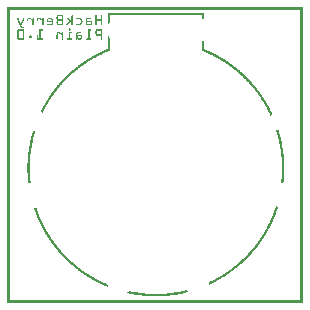
<source format=gbo>
G04 MADE WITH FRITZING*
G04 WWW.FRITZING.ORG*
G04 DOUBLE SIDED*
G04 HOLES PLATED*
G04 CONTOUR ON CENTER OF CONTOUR VECTOR*
%ASAXBY*%
%FSLAX23Y23*%
%MOIN*%
%OFA0B0*%
%SFA1.0B1.0*%
%ADD10C,0.008000*%
%ADD11R,0.001000X0.001000*%
%LNSILK0*%
G90*
G70*
G54D10*
X653Y961D02*
X338Y961D01*
G54D11*
X0Y984D02*
X983Y984D01*
X0Y983D02*
X983Y983D01*
X0Y982D02*
X983Y982D01*
X0Y981D02*
X983Y981D01*
X0Y980D02*
X983Y980D01*
X0Y979D02*
X983Y979D01*
X0Y978D02*
X983Y978D01*
X0Y977D02*
X983Y977D01*
X0Y976D02*
X7Y976D01*
X976Y976D02*
X983Y976D01*
X0Y975D02*
X7Y975D01*
X976Y975D02*
X983Y975D01*
X0Y974D02*
X7Y974D01*
X976Y974D02*
X983Y974D01*
X0Y973D02*
X7Y973D01*
X976Y973D02*
X983Y973D01*
X0Y972D02*
X7Y972D01*
X976Y972D02*
X983Y972D01*
X0Y971D02*
X7Y971D01*
X976Y971D02*
X983Y971D01*
X0Y970D02*
X7Y970D01*
X976Y970D02*
X983Y970D01*
X0Y969D02*
X7Y969D01*
X976Y969D02*
X983Y969D01*
X0Y968D02*
X7Y968D01*
X976Y968D02*
X983Y968D01*
X0Y967D02*
X7Y967D01*
X976Y967D02*
X983Y967D01*
X0Y966D02*
X7Y966D01*
X976Y966D02*
X983Y966D01*
X0Y965D02*
X7Y965D01*
X976Y965D02*
X983Y965D01*
X0Y964D02*
X7Y964D01*
X335Y964D02*
X339Y964D01*
X650Y964D02*
X654Y964D01*
X976Y964D02*
X983Y964D01*
X0Y963D02*
X7Y963D01*
X334Y963D02*
X340Y963D01*
X649Y963D02*
X655Y963D01*
X976Y963D02*
X983Y963D01*
X0Y962D02*
X7Y962D01*
X334Y962D02*
X340Y962D01*
X649Y962D02*
X655Y962D01*
X976Y962D02*
X983Y962D01*
X0Y961D02*
X7Y961D01*
X334Y961D02*
X341Y961D01*
X649Y961D02*
X655Y961D01*
X976Y961D02*
X983Y961D01*
X0Y960D02*
X7Y960D01*
X334Y960D02*
X341Y960D01*
X648Y960D02*
X656Y960D01*
X976Y960D02*
X983Y960D01*
X0Y959D02*
X7Y959D01*
X169Y959D02*
X185Y959D01*
X214Y959D02*
X216Y959D01*
X294Y959D02*
X296Y959D01*
X312Y959D02*
X314Y959D01*
X334Y959D02*
X341Y959D01*
X648Y959D02*
X656Y959D01*
X976Y959D02*
X983Y959D01*
X0Y958D02*
X7Y958D01*
X167Y958D02*
X185Y958D01*
X214Y958D02*
X217Y958D01*
X293Y958D02*
X297Y958D01*
X311Y958D02*
X314Y958D01*
X334Y958D02*
X341Y958D01*
X648Y958D02*
X656Y958D01*
X976Y958D02*
X983Y958D01*
X0Y957D02*
X7Y957D01*
X166Y957D02*
X185Y957D01*
X214Y957D02*
X217Y957D01*
X293Y957D02*
X297Y957D01*
X311Y957D02*
X315Y957D01*
X334Y957D02*
X341Y957D01*
X648Y957D02*
X656Y957D01*
X976Y957D02*
X983Y957D01*
X0Y956D02*
X7Y956D01*
X165Y956D02*
X185Y956D01*
X213Y956D02*
X217Y956D01*
X293Y956D02*
X297Y956D01*
X311Y956D02*
X315Y956D01*
X334Y956D02*
X341Y956D01*
X648Y956D02*
X656Y956D01*
X976Y956D02*
X983Y956D01*
X0Y955D02*
X7Y955D01*
X164Y955D02*
X170Y955D01*
X181Y955D02*
X185Y955D01*
X213Y955D02*
X217Y955D01*
X293Y955D02*
X297Y955D01*
X311Y955D02*
X315Y955D01*
X334Y955D02*
X341Y955D01*
X648Y955D02*
X656Y955D01*
X976Y955D02*
X983Y955D01*
X0Y954D02*
X7Y954D01*
X164Y954D02*
X168Y954D01*
X181Y954D02*
X185Y954D01*
X213Y954D02*
X217Y954D01*
X293Y954D02*
X297Y954D01*
X311Y954D02*
X315Y954D01*
X334Y954D02*
X341Y954D01*
X648Y954D02*
X656Y954D01*
X976Y954D02*
X983Y954D01*
X0Y953D02*
X7Y953D01*
X163Y953D02*
X167Y953D01*
X181Y953D02*
X185Y953D01*
X213Y953D02*
X217Y953D01*
X293Y953D02*
X297Y953D01*
X311Y953D02*
X315Y953D01*
X334Y953D02*
X341Y953D01*
X648Y953D02*
X656Y953D01*
X976Y953D02*
X983Y953D01*
X0Y952D02*
X7Y952D01*
X163Y952D02*
X167Y952D01*
X181Y952D02*
X185Y952D01*
X213Y952D02*
X217Y952D01*
X293Y952D02*
X297Y952D01*
X311Y952D02*
X315Y952D01*
X334Y952D02*
X341Y952D01*
X648Y952D02*
X656Y952D01*
X976Y952D02*
X983Y952D01*
X0Y951D02*
X7Y951D01*
X163Y951D02*
X167Y951D01*
X181Y951D02*
X185Y951D01*
X213Y951D02*
X217Y951D01*
X293Y951D02*
X297Y951D01*
X311Y951D02*
X315Y951D01*
X334Y951D02*
X341Y951D01*
X648Y951D02*
X656Y951D01*
X976Y951D02*
X983Y951D01*
X0Y950D02*
X7Y950D01*
X35Y950D02*
X35Y950D01*
X53Y950D02*
X53Y950D01*
X71Y950D02*
X77Y950D01*
X85Y950D02*
X86Y950D01*
X103Y950D02*
X109Y950D01*
X118Y950D02*
X118Y950D01*
X138Y950D02*
X145Y950D01*
X163Y950D02*
X167Y950D01*
X181Y950D02*
X185Y950D01*
X199Y950D02*
X200Y950D01*
X213Y950D02*
X217Y950D01*
X230Y950D02*
X240Y950D01*
X266Y950D02*
X276Y950D01*
X293Y950D02*
X297Y950D01*
X311Y950D02*
X315Y950D01*
X334Y950D02*
X341Y950D01*
X648Y950D02*
X656Y950D01*
X976Y950D02*
X983Y950D01*
X0Y949D02*
X7Y949D01*
X33Y949D02*
X36Y949D01*
X51Y949D02*
X54Y949D01*
X69Y949D02*
X78Y949D01*
X84Y949D02*
X87Y949D01*
X101Y949D02*
X111Y949D01*
X116Y949D02*
X119Y949D01*
X135Y949D02*
X147Y949D01*
X163Y949D02*
X167Y949D01*
X181Y949D02*
X185Y949D01*
X198Y949D02*
X201Y949D01*
X213Y949D02*
X217Y949D01*
X229Y949D02*
X243Y949D01*
X264Y949D02*
X277Y949D01*
X293Y949D02*
X297Y949D01*
X311Y949D02*
X315Y949D01*
X334Y949D02*
X341Y949D01*
X648Y949D02*
X656Y949D01*
X976Y949D02*
X983Y949D01*
X0Y948D02*
X7Y948D01*
X33Y948D02*
X37Y948D01*
X51Y948D02*
X55Y948D01*
X68Y948D02*
X79Y948D01*
X84Y948D02*
X87Y948D01*
X100Y948D02*
X112Y948D01*
X116Y948D02*
X120Y948D01*
X134Y948D02*
X149Y948D01*
X163Y948D02*
X167Y948D01*
X181Y948D02*
X185Y948D01*
X198Y948D02*
X203Y948D01*
X213Y948D02*
X217Y948D01*
X228Y948D02*
X244Y948D01*
X263Y948D02*
X278Y948D01*
X293Y948D02*
X297Y948D01*
X311Y948D02*
X315Y948D01*
X334Y948D02*
X341Y948D01*
X648Y948D02*
X656Y948D01*
X976Y948D02*
X983Y948D01*
X0Y947D02*
X7Y947D01*
X33Y947D02*
X37Y947D01*
X51Y947D02*
X55Y947D01*
X67Y947D02*
X80Y947D01*
X83Y947D02*
X87Y947D01*
X99Y947D02*
X113Y947D01*
X116Y947D02*
X120Y947D01*
X133Y947D02*
X150Y947D01*
X163Y947D02*
X167Y947D01*
X181Y947D02*
X185Y947D01*
X198Y947D02*
X204Y947D01*
X213Y947D02*
X217Y947D01*
X228Y947D02*
X245Y947D01*
X262Y947D02*
X277Y947D01*
X293Y947D02*
X297Y947D01*
X311Y947D02*
X315Y947D01*
X334Y947D02*
X341Y947D01*
X649Y947D02*
X656Y947D01*
X976Y947D02*
X983Y947D01*
X0Y946D02*
X7Y946D01*
X33Y946D02*
X37Y946D01*
X51Y946D02*
X55Y946D01*
X66Y946D02*
X87Y946D01*
X99Y946D02*
X114Y946D01*
X116Y946D02*
X120Y946D01*
X132Y946D02*
X151Y946D01*
X164Y946D02*
X168Y946D01*
X181Y946D02*
X185Y946D01*
X199Y946D02*
X205Y946D01*
X213Y946D02*
X217Y946D01*
X229Y946D02*
X246Y946D01*
X262Y946D02*
X276Y946D01*
X293Y946D02*
X297Y946D01*
X311Y946D02*
X315Y946D01*
X334Y946D02*
X341Y946D01*
X651Y946D02*
X656Y946D01*
X976Y946D02*
X983Y946D01*
X0Y945D02*
X7Y945D01*
X33Y945D02*
X37Y945D01*
X51Y945D02*
X55Y945D01*
X66Y945D02*
X70Y945D01*
X77Y945D02*
X87Y945D01*
X98Y945D02*
X102Y945D01*
X109Y945D02*
X120Y945D01*
X131Y945D02*
X136Y945D01*
X146Y945D02*
X151Y945D01*
X164Y945D02*
X169Y945D01*
X181Y945D02*
X185Y945D01*
X200Y945D02*
X206Y945D01*
X213Y945D02*
X217Y945D01*
X241Y945D02*
X247Y945D01*
X261Y945D02*
X266Y945D01*
X293Y945D02*
X297Y945D01*
X311Y945D02*
X315Y945D01*
X334Y945D02*
X341Y945D01*
X652Y945D02*
X656Y945D01*
X976Y945D02*
X983Y945D01*
X0Y944D02*
X7Y944D01*
X33Y944D02*
X37Y944D01*
X51Y944D02*
X55Y944D01*
X66Y944D02*
X69Y944D01*
X78Y944D02*
X87Y944D01*
X98Y944D02*
X102Y944D01*
X110Y944D02*
X120Y944D01*
X131Y944D02*
X135Y944D01*
X147Y944D02*
X152Y944D01*
X165Y944D02*
X185Y944D01*
X201Y944D02*
X207Y944D01*
X213Y944D02*
X217Y944D01*
X243Y944D02*
X248Y944D01*
X261Y944D02*
X265Y944D01*
X293Y944D02*
X315Y944D01*
X334Y944D02*
X341Y944D01*
X654Y944D02*
X656Y944D01*
X976Y944D02*
X983Y944D01*
X0Y943D02*
X7Y943D01*
X33Y943D02*
X37Y943D01*
X50Y943D02*
X54Y943D01*
X66Y943D02*
X69Y943D01*
X79Y943D02*
X87Y943D01*
X98Y943D02*
X102Y943D01*
X112Y943D02*
X120Y943D01*
X131Y943D02*
X134Y943D01*
X148Y943D02*
X152Y943D01*
X166Y943D02*
X185Y943D01*
X202Y943D02*
X208Y943D01*
X213Y943D02*
X217Y943D01*
X244Y943D02*
X249Y943D01*
X261Y943D02*
X265Y943D01*
X293Y943D02*
X315Y943D01*
X334Y943D02*
X341Y943D01*
X655Y943D02*
X656Y943D01*
X976Y943D02*
X983Y943D01*
X0Y942D02*
X7Y942D01*
X34Y942D02*
X38Y942D01*
X50Y942D02*
X54Y942D01*
X66Y942D02*
X69Y942D01*
X80Y942D02*
X87Y942D01*
X98Y942D02*
X102Y942D01*
X113Y942D02*
X120Y942D01*
X131Y942D02*
X134Y942D01*
X148Y942D02*
X152Y942D01*
X166Y942D02*
X185Y942D01*
X204Y942D02*
X210Y942D01*
X213Y942D02*
X217Y942D01*
X245Y942D02*
X249Y942D01*
X261Y942D02*
X265Y942D01*
X293Y942D02*
X315Y942D01*
X334Y942D02*
X341Y942D01*
X976Y942D02*
X983Y942D01*
X0Y941D02*
X7Y941D01*
X34Y941D02*
X38Y941D01*
X49Y941D02*
X53Y941D01*
X66Y941D02*
X69Y941D01*
X81Y941D02*
X87Y941D01*
X99Y941D02*
X101Y941D01*
X114Y941D02*
X120Y941D01*
X131Y941D02*
X134Y941D01*
X148Y941D02*
X152Y941D01*
X165Y941D02*
X185Y941D01*
X205Y941D02*
X211Y941D01*
X213Y941D02*
X217Y941D01*
X246Y941D02*
X249Y941D01*
X261Y941D02*
X265Y941D01*
X293Y941D02*
X315Y941D01*
X334Y941D02*
X341Y941D01*
X976Y941D02*
X983Y941D01*
X0Y940D02*
X7Y940D01*
X35Y940D02*
X39Y940D01*
X49Y940D02*
X53Y940D01*
X83Y940D02*
X87Y940D01*
X100Y940D02*
X100Y940D01*
X115Y940D02*
X120Y940D01*
X131Y940D02*
X134Y940D01*
X148Y940D02*
X152Y940D01*
X164Y940D02*
X185Y940D01*
X206Y940D02*
X217Y940D01*
X246Y940D02*
X250Y940D01*
X261Y940D02*
X278Y940D01*
X293Y940D02*
X315Y940D01*
X334Y940D02*
X341Y940D01*
X976Y940D02*
X983Y940D01*
X0Y939D02*
X7Y939D01*
X35Y939D02*
X39Y939D01*
X49Y939D02*
X53Y939D01*
X83Y939D02*
X87Y939D01*
X116Y939D02*
X120Y939D01*
X131Y939D02*
X134Y939D01*
X148Y939D02*
X152Y939D01*
X164Y939D02*
X169Y939D01*
X181Y939D02*
X185Y939D01*
X207Y939D02*
X217Y939D01*
X246Y939D02*
X250Y939D01*
X261Y939D02*
X280Y939D01*
X293Y939D02*
X297Y939D01*
X311Y939D02*
X315Y939D01*
X334Y939D02*
X341Y939D01*
X976Y939D02*
X983Y939D01*
X0Y938D02*
X7Y938D01*
X36Y938D02*
X40Y938D01*
X48Y938D02*
X52Y938D01*
X83Y938D02*
X87Y938D01*
X116Y938D02*
X120Y938D01*
X131Y938D02*
X152Y938D01*
X164Y938D02*
X168Y938D01*
X181Y938D02*
X185Y938D01*
X207Y938D02*
X217Y938D01*
X246Y938D02*
X250Y938D01*
X261Y938D02*
X281Y938D01*
X293Y938D02*
X297Y938D01*
X311Y938D02*
X315Y938D01*
X334Y938D02*
X341Y938D01*
X976Y938D02*
X983Y938D01*
X0Y937D02*
X7Y937D01*
X36Y937D02*
X40Y937D01*
X48Y937D02*
X52Y937D01*
X83Y937D02*
X87Y937D01*
X116Y937D02*
X120Y937D01*
X131Y937D02*
X152Y937D01*
X163Y937D02*
X167Y937D01*
X181Y937D02*
X185Y937D01*
X206Y937D02*
X217Y937D01*
X246Y937D02*
X250Y937D01*
X261Y937D02*
X281Y937D01*
X293Y937D02*
X297Y937D01*
X311Y937D02*
X315Y937D01*
X334Y937D02*
X341Y937D01*
X976Y937D02*
X983Y937D01*
X0Y936D02*
X7Y936D01*
X37Y936D02*
X41Y936D01*
X47Y936D02*
X51Y936D01*
X83Y936D02*
X87Y936D01*
X116Y936D02*
X120Y936D01*
X131Y936D02*
X152Y936D01*
X163Y936D02*
X167Y936D01*
X181Y936D02*
X185Y936D01*
X205Y936D02*
X217Y936D01*
X246Y936D02*
X250Y936D01*
X261Y936D02*
X266Y936D01*
X277Y936D02*
X282Y936D01*
X293Y936D02*
X297Y936D01*
X311Y936D02*
X315Y936D01*
X334Y936D02*
X341Y936D01*
X976Y936D02*
X983Y936D01*
X0Y935D02*
X7Y935D01*
X37Y935D02*
X41Y935D01*
X47Y935D02*
X51Y935D01*
X83Y935D02*
X87Y935D01*
X116Y935D02*
X120Y935D01*
X131Y935D02*
X152Y935D01*
X163Y935D02*
X167Y935D01*
X181Y935D02*
X185Y935D01*
X204Y935D02*
X210Y935D01*
X212Y935D02*
X217Y935D01*
X246Y935D02*
X250Y935D01*
X261Y935D02*
X265Y935D01*
X278Y935D02*
X282Y935D01*
X293Y935D02*
X297Y935D01*
X311Y935D02*
X315Y935D01*
X334Y935D02*
X340Y935D01*
X976Y935D02*
X983Y935D01*
X0Y934D02*
X7Y934D01*
X37Y934D02*
X41Y934D01*
X46Y934D02*
X50Y934D01*
X83Y934D02*
X87Y934D01*
X116Y934D02*
X120Y934D01*
X148Y934D02*
X152Y934D01*
X163Y934D02*
X167Y934D01*
X181Y934D02*
X185Y934D01*
X203Y934D02*
X209Y934D01*
X213Y934D02*
X217Y934D01*
X246Y934D02*
X249Y934D01*
X261Y934D02*
X264Y934D01*
X278Y934D02*
X282Y934D01*
X293Y934D02*
X297Y934D01*
X311Y934D02*
X315Y934D01*
X334Y934D02*
X340Y934D01*
X976Y934D02*
X983Y934D01*
X0Y933D02*
X7Y933D01*
X38Y933D02*
X42Y933D01*
X46Y933D02*
X50Y933D01*
X83Y933D02*
X87Y933D01*
X116Y933D02*
X120Y933D01*
X148Y933D02*
X152Y933D01*
X163Y933D02*
X167Y933D01*
X181Y933D02*
X185Y933D01*
X202Y933D02*
X208Y933D01*
X213Y933D02*
X217Y933D01*
X245Y933D02*
X249Y933D01*
X261Y933D02*
X264Y933D01*
X278Y933D02*
X282Y933D01*
X293Y933D02*
X297Y933D01*
X311Y933D02*
X315Y933D01*
X334Y933D02*
X339Y933D01*
X976Y933D02*
X983Y933D01*
X0Y932D02*
X7Y932D01*
X38Y932D02*
X42Y932D01*
X46Y932D02*
X49Y932D01*
X83Y932D02*
X87Y932D01*
X116Y932D02*
X120Y932D01*
X148Y932D02*
X152Y932D01*
X163Y932D02*
X167Y932D01*
X181Y932D02*
X185Y932D01*
X200Y932D02*
X206Y932D01*
X213Y932D02*
X217Y932D01*
X244Y932D02*
X249Y932D01*
X261Y932D02*
X265Y932D01*
X278Y932D02*
X282Y932D01*
X293Y932D02*
X297Y932D01*
X311Y932D02*
X315Y932D01*
X334Y932D02*
X338Y932D01*
X976Y932D02*
X983Y932D01*
X0Y931D02*
X7Y931D01*
X39Y931D02*
X49Y931D01*
X83Y931D02*
X87Y931D01*
X116Y931D02*
X120Y931D01*
X148Y931D02*
X152Y931D01*
X164Y931D02*
X168Y931D01*
X181Y931D02*
X185Y931D01*
X199Y931D02*
X205Y931D01*
X213Y931D02*
X217Y931D01*
X243Y931D02*
X248Y931D01*
X261Y931D02*
X266Y931D01*
X278Y931D02*
X282Y931D01*
X293Y931D02*
X297Y931D01*
X311Y931D02*
X315Y931D01*
X334Y931D02*
X338Y931D01*
X976Y931D02*
X983Y931D01*
X0Y930D02*
X7Y930D01*
X39Y930D02*
X49Y930D01*
X83Y930D02*
X87Y930D01*
X116Y930D02*
X120Y930D01*
X146Y930D02*
X151Y930D01*
X164Y930D02*
X169Y930D01*
X181Y930D02*
X185Y930D01*
X198Y930D02*
X204Y930D01*
X213Y930D02*
X217Y930D01*
X242Y930D02*
X248Y930D01*
X261Y930D02*
X268Y930D01*
X278Y930D02*
X282Y930D01*
X293Y930D02*
X297Y930D01*
X311Y930D02*
X315Y930D01*
X334Y930D02*
X337Y930D01*
X976Y930D02*
X983Y930D01*
X0Y929D02*
X7Y929D01*
X40Y929D02*
X48Y929D01*
X83Y929D02*
X87Y929D01*
X116Y929D02*
X120Y929D01*
X132Y929D02*
X151Y929D01*
X165Y929D02*
X185Y929D01*
X197Y929D02*
X203Y929D01*
X213Y929D02*
X217Y929D01*
X230Y929D02*
X247Y929D01*
X261Y929D02*
X282Y929D01*
X293Y929D02*
X297Y929D01*
X311Y929D02*
X315Y929D01*
X334Y929D02*
X336Y929D01*
X976Y929D02*
X983Y929D01*
X0Y928D02*
X7Y928D01*
X40Y928D02*
X48Y928D01*
X83Y928D02*
X87Y928D01*
X116Y928D02*
X120Y928D01*
X131Y928D02*
X150Y928D01*
X165Y928D02*
X185Y928D01*
X196Y928D02*
X202Y928D01*
X213Y928D02*
X217Y928D01*
X228Y928D02*
X245Y928D01*
X261Y928D02*
X281Y928D01*
X293Y928D02*
X297Y928D01*
X311Y928D02*
X315Y928D01*
X334Y928D02*
X336Y928D01*
X976Y928D02*
X983Y928D01*
X0Y927D02*
X7Y927D01*
X40Y927D02*
X47Y927D01*
X84Y927D02*
X87Y927D01*
X116Y927D02*
X120Y927D01*
X131Y927D02*
X149Y927D01*
X166Y927D02*
X185Y927D01*
X196Y927D02*
X201Y927D01*
X214Y927D02*
X217Y927D01*
X228Y927D02*
X244Y927D01*
X261Y927D02*
X280Y927D01*
X293Y927D02*
X297Y927D01*
X311Y927D02*
X315Y927D01*
X334Y927D02*
X335Y927D01*
X976Y927D02*
X983Y927D01*
X0Y926D02*
X7Y926D01*
X41Y926D02*
X45Y926D01*
X84Y926D02*
X87Y926D01*
X116Y926D02*
X119Y926D01*
X131Y926D02*
X148Y926D01*
X168Y926D02*
X185Y926D01*
X196Y926D02*
X199Y926D01*
X214Y926D02*
X217Y926D01*
X228Y926D02*
X243Y926D01*
X261Y926D02*
X264Y926D01*
X267Y926D02*
X279Y926D01*
X293Y926D02*
X296Y926D01*
X311Y926D02*
X314Y926D01*
X334Y926D02*
X335Y926D01*
X976Y926D02*
X983Y926D01*
X0Y925D02*
X7Y925D01*
X41Y925D02*
X45Y925D01*
X85Y925D02*
X86Y925D01*
X117Y925D02*
X118Y925D01*
X132Y925D02*
X146Y925D01*
X170Y925D02*
X184Y925D01*
X197Y925D02*
X198Y925D01*
X215Y925D02*
X216Y925D01*
X229Y925D02*
X241Y925D01*
X262Y925D02*
X263Y925D01*
X268Y925D02*
X277Y925D01*
X294Y925D02*
X296Y925D01*
X312Y925D02*
X313Y925D01*
X334Y925D02*
X334Y925D01*
X976Y925D02*
X983Y925D01*
X0Y924D02*
X7Y924D01*
X42Y924D02*
X46Y924D01*
X334Y924D02*
X334Y924D01*
X976Y924D02*
X983Y924D01*
X0Y923D02*
X7Y923D01*
X42Y923D02*
X46Y923D01*
X334Y923D02*
X334Y923D01*
X976Y923D02*
X983Y923D01*
X0Y922D02*
X7Y922D01*
X43Y922D02*
X47Y922D01*
X976Y922D02*
X983Y922D01*
X0Y921D02*
X7Y921D01*
X43Y921D02*
X47Y921D01*
X976Y921D02*
X983Y921D01*
X0Y920D02*
X7Y920D01*
X44Y920D02*
X48Y920D01*
X976Y920D02*
X983Y920D01*
X0Y919D02*
X7Y919D01*
X44Y919D02*
X54Y919D01*
X976Y919D02*
X983Y919D01*
X0Y918D02*
X7Y918D01*
X44Y918D02*
X54Y918D01*
X976Y918D02*
X983Y918D01*
X0Y917D02*
X7Y917D01*
X45Y917D02*
X54Y917D01*
X976Y917D02*
X983Y917D01*
X0Y916D02*
X7Y916D01*
X45Y916D02*
X54Y916D01*
X976Y916D02*
X983Y916D01*
X0Y915D02*
X7Y915D01*
X976Y915D02*
X983Y915D01*
X0Y914D02*
X7Y914D01*
X207Y914D02*
X208Y914D01*
X976Y914D02*
X983Y914D01*
X0Y913D02*
X7Y913D01*
X205Y913D02*
X210Y913D01*
X976Y913D02*
X983Y913D01*
X0Y912D02*
X7Y912D01*
X37Y912D02*
X50Y912D01*
X107Y912D02*
X118Y912D01*
X205Y912D02*
X210Y912D01*
X271Y912D02*
X278Y912D01*
X299Y912D02*
X314Y912D01*
X976Y912D02*
X983Y912D01*
X0Y911D02*
X7Y911D01*
X35Y911D02*
X53Y911D01*
X107Y911D02*
X119Y911D01*
X205Y911D02*
X210Y911D01*
X270Y911D02*
X279Y911D01*
X296Y911D02*
X314Y911D01*
X976Y911D02*
X983Y911D01*
X0Y910D02*
X7Y910D01*
X34Y910D02*
X54Y910D01*
X107Y910D02*
X119Y910D01*
X205Y910D02*
X210Y910D01*
X270Y910D02*
X280Y910D01*
X295Y910D02*
X314Y910D01*
X976Y910D02*
X983Y910D01*
X0Y909D02*
X7Y909D01*
X33Y909D02*
X54Y909D01*
X107Y909D02*
X119Y909D01*
X205Y909D02*
X210Y909D01*
X270Y909D02*
X280Y909D01*
X294Y909D02*
X314Y909D01*
X976Y909D02*
X983Y909D01*
X0Y908D02*
X7Y908D01*
X33Y908D02*
X54Y908D01*
X107Y908D02*
X118Y908D01*
X206Y908D02*
X209Y908D01*
X270Y908D02*
X279Y908D01*
X294Y908D02*
X314Y908D01*
X976Y908D02*
X983Y908D01*
X0Y907D02*
X7Y907D01*
X33Y907D02*
X37Y907D01*
X51Y907D02*
X54Y907D01*
X107Y907D02*
X111Y907D01*
X270Y907D02*
X273Y907D01*
X293Y907D02*
X298Y907D01*
X311Y907D02*
X314Y907D01*
X976Y907D02*
X983Y907D01*
X0Y906D02*
X7Y906D01*
X33Y906D02*
X37Y906D01*
X51Y906D02*
X54Y906D01*
X107Y906D02*
X111Y906D01*
X270Y906D02*
X273Y906D01*
X293Y906D02*
X297Y906D01*
X311Y906D02*
X314Y906D01*
X976Y906D02*
X983Y906D01*
X0Y905D02*
X7Y905D01*
X33Y905D02*
X37Y905D01*
X51Y905D02*
X54Y905D01*
X107Y905D02*
X111Y905D01*
X270Y905D02*
X273Y905D01*
X293Y905D02*
X297Y905D01*
X311Y905D02*
X314Y905D01*
X976Y905D02*
X983Y905D01*
X0Y904D02*
X7Y904D01*
X33Y904D02*
X37Y904D01*
X51Y904D02*
X54Y904D01*
X107Y904D02*
X111Y904D01*
X270Y904D02*
X273Y904D01*
X293Y904D02*
X297Y904D01*
X311Y904D02*
X314Y904D01*
X976Y904D02*
X983Y904D01*
X0Y903D02*
X7Y903D01*
X33Y903D02*
X37Y903D01*
X51Y903D02*
X54Y903D01*
X107Y903D02*
X111Y903D01*
X270Y903D02*
X273Y903D01*
X293Y903D02*
X297Y903D01*
X311Y903D02*
X314Y903D01*
X976Y903D02*
X983Y903D01*
X0Y902D02*
X7Y902D01*
X33Y902D02*
X37Y902D01*
X51Y902D02*
X54Y902D01*
X107Y902D02*
X111Y902D01*
X168Y902D02*
X175Y902D01*
X182Y902D02*
X184Y902D01*
X205Y902D02*
X214Y902D01*
X233Y902D02*
X244Y902D01*
X270Y902D02*
X273Y902D01*
X293Y902D02*
X297Y902D01*
X311Y902D02*
X314Y902D01*
X976Y902D02*
X983Y902D01*
X0Y901D02*
X7Y901D01*
X33Y901D02*
X37Y901D01*
X51Y901D02*
X54Y901D01*
X107Y901D02*
X111Y901D01*
X166Y901D02*
X176Y901D01*
X181Y901D02*
X184Y901D01*
X205Y901D02*
X215Y901D01*
X231Y901D02*
X245Y901D01*
X270Y901D02*
X273Y901D01*
X293Y901D02*
X297Y901D01*
X311Y901D02*
X314Y901D01*
X976Y901D02*
X983Y901D01*
X0Y900D02*
X7Y900D01*
X33Y900D02*
X37Y900D01*
X51Y900D02*
X54Y900D01*
X107Y900D02*
X111Y900D01*
X165Y900D02*
X178Y900D01*
X181Y900D02*
X184Y900D01*
X205Y900D02*
X215Y900D01*
X230Y900D02*
X245Y900D01*
X270Y900D02*
X273Y900D01*
X293Y900D02*
X297Y900D01*
X311Y900D02*
X314Y900D01*
X976Y900D02*
X983Y900D01*
X0Y899D02*
X7Y899D01*
X33Y899D02*
X37Y899D01*
X51Y899D02*
X54Y899D01*
X107Y899D02*
X111Y899D01*
X165Y899D02*
X184Y899D01*
X205Y899D02*
X214Y899D01*
X230Y899D02*
X245Y899D01*
X270Y899D02*
X273Y899D01*
X293Y899D02*
X297Y899D01*
X311Y899D02*
X314Y899D01*
X976Y899D02*
X983Y899D01*
X0Y898D02*
X7Y898D01*
X33Y898D02*
X37Y898D01*
X51Y898D02*
X54Y898D01*
X107Y898D02*
X111Y898D01*
X164Y898D02*
X169Y898D01*
X173Y898D02*
X184Y898D01*
X205Y898D02*
X208Y898D01*
X229Y898D02*
X234Y898D01*
X270Y898D02*
X273Y898D01*
X293Y898D02*
X297Y898D01*
X311Y898D02*
X314Y898D01*
X976Y898D02*
X983Y898D01*
X0Y897D02*
X7Y897D01*
X33Y897D02*
X37Y897D01*
X51Y897D02*
X54Y897D01*
X107Y897D02*
X111Y897D01*
X164Y897D02*
X168Y897D01*
X175Y897D02*
X184Y897D01*
X205Y897D02*
X208Y897D01*
X229Y897D02*
X233Y897D01*
X270Y897D02*
X273Y897D01*
X293Y897D02*
X297Y897D01*
X311Y897D02*
X314Y897D01*
X976Y897D02*
X983Y897D01*
X0Y896D02*
X7Y896D01*
X33Y896D02*
X37Y896D01*
X51Y896D02*
X54Y896D01*
X107Y896D02*
X111Y896D01*
X164Y896D02*
X167Y896D01*
X177Y896D02*
X184Y896D01*
X205Y896D02*
X208Y896D01*
X229Y896D02*
X232Y896D01*
X270Y896D02*
X273Y896D01*
X293Y896D02*
X297Y896D01*
X311Y896D02*
X314Y896D01*
X976Y896D02*
X983Y896D01*
X0Y895D02*
X7Y895D01*
X33Y895D02*
X37Y895D01*
X51Y895D02*
X54Y895D01*
X107Y895D02*
X111Y895D01*
X164Y895D02*
X167Y895D01*
X178Y895D02*
X184Y895D01*
X205Y895D02*
X208Y895D01*
X229Y895D02*
X232Y895D01*
X270Y895D02*
X273Y895D01*
X293Y895D02*
X299Y895D01*
X311Y895D02*
X314Y895D01*
X976Y895D02*
X983Y895D01*
X0Y894D02*
X7Y894D01*
X33Y894D02*
X37Y894D01*
X51Y894D02*
X54Y894D01*
X107Y894D02*
X111Y894D01*
X164Y894D02*
X167Y894D01*
X180Y894D02*
X184Y894D01*
X205Y894D02*
X208Y894D01*
X229Y894D02*
X232Y894D01*
X270Y894D02*
X273Y894D01*
X294Y894D02*
X314Y894D01*
X334Y894D02*
X334Y894D01*
X976Y894D02*
X983Y894D01*
X0Y893D02*
X7Y893D01*
X33Y893D02*
X37Y893D01*
X51Y893D02*
X54Y893D01*
X107Y893D02*
X111Y893D01*
X164Y893D02*
X167Y893D01*
X181Y893D02*
X184Y893D01*
X205Y893D02*
X208Y893D01*
X229Y893D02*
X232Y893D01*
X235Y893D02*
X243Y893D01*
X270Y893D02*
X273Y893D01*
X295Y893D02*
X314Y893D01*
X334Y893D02*
X334Y893D01*
X976Y893D02*
X983Y893D01*
X0Y892D02*
X7Y892D01*
X33Y892D02*
X37Y892D01*
X51Y892D02*
X54Y892D01*
X99Y892D02*
X101Y892D01*
X107Y892D02*
X111Y892D01*
X164Y892D02*
X167Y892D01*
X181Y892D02*
X184Y892D01*
X205Y892D02*
X208Y892D01*
X229Y892D02*
X246Y892D01*
X270Y892D02*
X273Y892D01*
X296Y892D02*
X314Y892D01*
X334Y892D02*
X335Y892D01*
X976Y892D02*
X983Y892D01*
X0Y891D02*
X7Y891D01*
X33Y891D02*
X37Y891D01*
X51Y891D02*
X54Y891D01*
X74Y891D02*
X79Y891D01*
X98Y891D02*
X102Y891D01*
X107Y891D02*
X111Y891D01*
X163Y891D02*
X167Y891D01*
X181Y891D02*
X184Y891D01*
X205Y891D02*
X208Y891D01*
X228Y891D02*
X247Y891D01*
X270Y891D02*
X273Y891D01*
X297Y891D02*
X314Y891D01*
X334Y891D02*
X335Y891D01*
X976Y891D02*
X983Y891D01*
X0Y890D02*
X7Y890D01*
X33Y890D02*
X37Y890D01*
X51Y890D02*
X54Y890D01*
X73Y890D02*
X80Y890D01*
X98Y890D02*
X102Y890D01*
X107Y890D02*
X111Y890D01*
X163Y890D02*
X167Y890D01*
X181Y890D02*
X184Y890D01*
X205Y890D02*
X208Y890D01*
X228Y890D02*
X248Y890D01*
X270Y890D02*
X273Y890D01*
X311Y890D02*
X314Y890D01*
X334Y890D02*
X336Y890D01*
X976Y890D02*
X983Y890D01*
X0Y889D02*
X7Y889D01*
X33Y889D02*
X37Y889D01*
X51Y889D02*
X54Y889D01*
X72Y889D02*
X80Y889D01*
X98Y889D02*
X102Y889D01*
X107Y889D02*
X111Y889D01*
X163Y889D02*
X167Y889D01*
X181Y889D02*
X184Y889D01*
X205Y889D02*
X208Y889D01*
X228Y889D02*
X249Y889D01*
X270Y889D02*
X273Y889D01*
X311Y889D02*
X314Y889D01*
X334Y889D02*
X336Y889D01*
X976Y889D02*
X983Y889D01*
X0Y888D02*
X7Y888D01*
X33Y888D02*
X37Y888D01*
X51Y888D02*
X54Y888D01*
X72Y888D02*
X80Y888D01*
X98Y888D02*
X102Y888D01*
X107Y888D02*
X111Y888D01*
X163Y888D02*
X167Y888D01*
X181Y888D02*
X184Y888D01*
X205Y888D02*
X208Y888D01*
X228Y888D02*
X233Y888D01*
X245Y888D02*
X249Y888D01*
X270Y888D02*
X273Y888D01*
X311Y888D02*
X314Y888D01*
X334Y888D02*
X337Y888D01*
X976Y888D02*
X983Y888D01*
X0Y887D02*
X7Y887D01*
X33Y887D02*
X37Y887D01*
X51Y887D02*
X54Y887D01*
X72Y887D02*
X80Y887D01*
X98Y887D02*
X102Y887D01*
X107Y887D02*
X111Y887D01*
X163Y887D02*
X167Y887D01*
X181Y887D02*
X184Y887D01*
X205Y887D02*
X208Y887D01*
X228Y887D02*
X232Y887D01*
X246Y887D02*
X249Y887D01*
X270Y887D02*
X273Y887D01*
X311Y887D02*
X314Y887D01*
X334Y887D02*
X337Y887D01*
X976Y887D02*
X983Y887D01*
X0Y886D02*
X7Y886D01*
X33Y886D02*
X37Y886D01*
X51Y886D02*
X54Y886D01*
X72Y886D02*
X80Y886D01*
X98Y886D02*
X102Y886D01*
X107Y886D02*
X111Y886D01*
X163Y886D02*
X167Y886D01*
X181Y886D02*
X184Y886D01*
X205Y886D02*
X208Y886D01*
X228Y886D02*
X232Y886D01*
X246Y886D02*
X249Y886D01*
X270Y886D02*
X273Y886D01*
X311Y886D02*
X314Y886D01*
X334Y886D02*
X338Y886D01*
X976Y886D02*
X983Y886D01*
X0Y885D02*
X7Y885D01*
X33Y885D02*
X37Y885D01*
X51Y885D02*
X54Y885D01*
X72Y885D02*
X80Y885D01*
X98Y885D02*
X102Y885D01*
X107Y885D02*
X111Y885D01*
X163Y885D02*
X167Y885D01*
X181Y885D02*
X184Y885D01*
X205Y885D02*
X208Y885D01*
X228Y885D02*
X232Y885D01*
X246Y885D02*
X249Y885D01*
X270Y885D02*
X273Y885D01*
X311Y885D02*
X314Y885D01*
X334Y885D02*
X338Y885D01*
X976Y885D02*
X983Y885D01*
X0Y884D02*
X7Y884D01*
X33Y884D02*
X37Y884D01*
X51Y884D02*
X54Y884D01*
X73Y884D02*
X80Y884D01*
X98Y884D02*
X102Y884D01*
X107Y884D02*
X111Y884D01*
X163Y884D02*
X167Y884D01*
X181Y884D02*
X184Y884D01*
X205Y884D02*
X208Y884D01*
X228Y884D02*
X233Y884D01*
X246Y884D02*
X249Y884D01*
X270Y884D02*
X273Y884D01*
X311Y884D02*
X314Y884D01*
X334Y884D02*
X339Y884D01*
X976Y884D02*
X983Y884D01*
X0Y883D02*
X7Y883D01*
X33Y883D02*
X37Y883D01*
X51Y883D02*
X54Y883D01*
X74Y883D02*
X79Y883D01*
X98Y883D02*
X102Y883D01*
X107Y883D02*
X111Y883D01*
X163Y883D02*
X167Y883D01*
X181Y883D02*
X184Y883D01*
X205Y883D02*
X208Y883D01*
X228Y883D02*
X234Y883D01*
X246Y883D02*
X249Y883D01*
X270Y883D02*
X273Y883D01*
X311Y883D02*
X314Y883D01*
X334Y883D02*
X340Y883D01*
X976Y883D02*
X983Y883D01*
X0Y882D02*
X7Y882D01*
X33Y882D02*
X37Y882D01*
X51Y882D02*
X54Y882D01*
X98Y882D02*
X102Y882D01*
X107Y882D02*
X111Y882D01*
X163Y882D02*
X167Y882D01*
X181Y882D02*
X184Y882D01*
X204Y882D02*
X208Y882D01*
X228Y882D02*
X236Y882D01*
X245Y882D02*
X249Y882D01*
X269Y882D02*
X273Y882D01*
X311Y882D02*
X314Y882D01*
X334Y882D02*
X341Y882D01*
X976Y882D02*
X983Y882D01*
X0Y881D02*
X7Y881D01*
X33Y881D02*
X54Y881D01*
X98Y881D02*
X119Y881D01*
X163Y881D02*
X167Y881D01*
X181Y881D02*
X184Y881D01*
X199Y881D02*
X214Y881D01*
X228Y881D02*
X249Y881D01*
X264Y881D02*
X279Y881D01*
X311Y881D02*
X314Y881D01*
X334Y881D02*
X341Y881D01*
X976Y881D02*
X983Y881D01*
X0Y880D02*
X7Y880D01*
X33Y880D02*
X54Y880D01*
X98Y880D02*
X119Y880D01*
X163Y880D02*
X167Y880D01*
X181Y880D02*
X184Y880D01*
X198Y880D02*
X215Y880D01*
X228Y880D02*
X248Y880D01*
X263Y880D02*
X280Y880D01*
X311Y880D02*
X314Y880D01*
X334Y880D02*
X341Y880D01*
X976Y880D02*
X983Y880D01*
X0Y879D02*
X7Y879D01*
X34Y879D02*
X54Y879D01*
X98Y879D02*
X119Y879D01*
X163Y879D02*
X167Y879D01*
X181Y879D02*
X184Y879D01*
X198Y879D02*
X215Y879D01*
X228Y879D02*
X247Y879D01*
X263Y879D02*
X280Y879D01*
X311Y879D02*
X314Y879D01*
X334Y879D02*
X341Y879D01*
X976Y879D02*
X983Y879D01*
X0Y878D02*
X7Y878D01*
X35Y878D02*
X53Y878D01*
X99Y878D02*
X119Y878D01*
X164Y878D02*
X166Y878D01*
X181Y878D02*
X184Y878D01*
X198Y878D02*
X214Y878D01*
X229Y878D02*
X231Y878D01*
X235Y878D02*
X246Y878D01*
X263Y878D02*
X279Y878D01*
X311Y878D02*
X314Y878D01*
X334Y878D02*
X341Y878D01*
X976Y878D02*
X983Y878D01*
X0Y877D02*
X7Y877D01*
X334Y877D02*
X341Y877D01*
X976Y877D02*
X983Y877D01*
X0Y876D02*
X7Y876D01*
X334Y876D02*
X341Y876D01*
X976Y876D02*
X983Y876D01*
X0Y875D02*
X7Y875D01*
X334Y875D02*
X341Y875D01*
X656Y875D02*
X656Y875D01*
X976Y875D02*
X983Y875D01*
X0Y874D02*
X7Y874D01*
X334Y874D02*
X341Y874D01*
X655Y874D02*
X656Y874D01*
X976Y874D02*
X983Y874D01*
X0Y873D02*
X7Y873D01*
X334Y873D02*
X341Y873D01*
X653Y873D02*
X656Y873D01*
X976Y873D02*
X983Y873D01*
X0Y872D02*
X7Y872D01*
X334Y872D02*
X341Y872D01*
X652Y872D02*
X656Y872D01*
X976Y872D02*
X983Y872D01*
X0Y871D02*
X7Y871D01*
X334Y871D02*
X341Y871D01*
X650Y871D02*
X656Y871D01*
X976Y871D02*
X983Y871D01*
X0Y870D02*
X7Y870D01*
X334Y870D02*
X341Y870D01*
X648Y870D02*
X656Y870D01*
X976Y870D02*
X983Y870D01*
X0Y869D02*
X7Y869D01*
X334Y869D02*
X341Y869D01*
X648Y869D02*
X656Y869D01*
X976Y869D02*
X983Y869D01*
X0Y868D02*
X7Y868D01*
X334Y868D02*
X341Y868D01*
X648Y868D02*
X656Y868D01*
X976Y868D02*
X983Y868D01*
X0Y867D02*
X7Y867D01*
X334Y867D02*
X341Y867D01*
X648Y867D02*
X656Y867D01*
X976Y867D02*
X983Y867D01*
X0Y866D02*
X7Y866D01*
X334Y866D02*
X341Y866D01*
X648Y866D02*
X656Y866D01*
X976Y866D02*
X983Y866D01*
X0Y865D02*
X7Y865D01*
X334Y865D02*
X341Y865D01*
X648Y865D02*
X656Y865D01*
X976Y865D02*
X983Y865D01*
X0Y864D02*
X7Y864D01*
X334Y864D02*
X341Y864D01*
X648Y864D02*
X656Y864D01*
X976Y864D02*
X983Y864D01*
X0Y863D02*
X7Y863D01*
X334Y863D02*
X341Y863D01*
X648Y863D02*
X656Y863D01*
X976Y863D02*
X983Y863D01*
X0Y862D02*
X7Y862D01*
X334Y862D02*
X341Y862D01*
X648Y862D02*
X656Y862D01*
X976Y862D02*
X983Y862D01*
X0Y861D02*
X7Y861D01*
X334Y861D02*
X341Y861D01*
X648Y861D02*
X656Y861D01*
X976Y861D02*
X983Y861D01*
X0Y860D02*
X7Y860D01*
X334Y860D02*
X341Y860D01*
X648Y860D02*
X656Y860D01*
X976Y860D02*
X983Y860D01*
X0Y859D02*
X7Y859D01*
X334Y859D02*
X341Y859D01*
X648Y859D02*
X656Y859D01*
X976Y859D02*
X983Y859D01*
X0Y858D02*
X7Y858D01*
X334Y858D02*
X341Y858D01*
X648Y858D02*
X656Y858D01*
X976Y858D02*
X983Y858D01*
X0Y857D02*
X7Y857D01*
X334Y857D02*
X341Y857D01*
X648Y857D02*
X656Y857D01*
X976Y857D02*
X983Y857D01*
X0Y856D02*
X7Y856D01*
X334Y856D02*
X341Y856D01*
X648Y856D02*
X656Y856D01*
X976Y856D02*
X983Y856D01*
X0Y855D02*
X7Y855D01*
X334Y855D02*
X341Y855D01*
X648Y855D02*
X656Y855D01*
X976Y855D02*
X983Y855D01*
X0Y854D02*
X7Y854D01*
X334Y854D02*
X341Y854D01*
X648Y854D02*
X656Y854D01*
X976Y854D02*
X983Y854D01*
X0Y853D02*
X7Y853D01*
X334Y853D02*
X341Y853D01*
X648Y853D02*
X656Y853D01*
X976Y853D02*
X983Y853D01*
X0Y852D02*
X7Y852D01*
X334Y852D02*
X341Y852D01*
X648Y852D02*
X656Y852D01*
X976Y852D02*
X983Y852D01*
X0Y851D02*
X7Y851D01*
X334Y851D02*
X341Y851D01*
X648Y851D02*
X656Y851D01*
X976Y851D02*
X983Y851D01*
X0Y850D02*
X7Y850D01*
X334Y850D02*
X341Y850D01*
X648Y850D02*
X656Y850D01*
X976Y850D02*
X983Y850D01*
X0Y849D02*
X7Y849D01*
X334Y849D02*
X341Y849D01*
X648Y849D02*
X656Y849D01*
X976Y849D02*
X983Y849D01*
X0Y848D02*
X7Y848D01*
X334Y848D02*
X341Y848D01*
X648Y848D02*
X656Y848D01*
X976Y848D02*
X983Y848D01*
X0Y847D02*
X7Y847D01*
X334Y847D02*
X341Y847D01*
X648Y847D02*
X656Y847D01*
X976Y847D02*
X983Y847D01*
X0Y846D02*
X7Y846D01*
X334Y846D02*
X341Y846D01*
X648Y846D02*
X656Y846D01*
X976Y846D02*
X983Y846D01*
X0Y845D02*
X7Y845D01*
X332Y845D02*
X341Y845D01*
X648Y845D02*
X657Y845D01*
X976Y845D02*
X983Y845D01*
X0Y844D02*
X7Y844D01*
X330Y844D02*
X341Y844D01*
X648Y844D02*
X659Y844D01*
X976Y844D02*
X983Y844D01*
X0Y843D02*
X7Y843D01*
X328Y843D02*
X341Y843D01*
X649Y843D02*
X662Y843D01*
X976Y843D02*
X983Y843D01*
X0Y842D02*
X7Y842D01*
X325Y842D02*
X340Y842D01*
X649Y842D02*
X664Y842D01*
X976Y842D02*
X983Y842D01*
X0Y841D02*
X7Y841D01*
X323Y841D02*
X340Y841D01*
X649Y841D02*
X666Y841D01*
X976Y841D02*
X983Y841D01*
X0Y840D02*
X7Y840D01*
X320Y840D02*
X339Y840D01*
X650Y840D02*
X669Y840D01*
X976Y840D02*
X983Y840D01*
X0Y839D02*
X7Y839D01*
X318Y839D02*
X338Y839D01*
X652Y839D02*
X671Y839D01*
X976Y839D02*
X983Y839D01*
X0Y838D02*
X7Y838D01*
X316Y838D02*
X335Y838D01*
X654Y838D02*
X673Y838D01*
X976Y838D02*
X983Y838D01*
X0Y837D02*
X7Y837D01*
X314Y837D02*
X333Y837D01*
X656Y837D02*
X675Y837D01*
X976Y837D02*
X983Y837D01*
X0Y836D02*
X7Y836D01*
X312Y836D02*
X330Y836D01*
X659Y836D02*
X677Y836D01*
X976Y836D02*
X983Y836D01*
X0Y835D02*
X7Y835D01*
X310Y835D02*
X328Y835D01*
X661Y835D02*
X679Y835D01*
X976Y835D02*
X983Y835D01*
X0Y834D02*
X7Y834D01*
X308Y834D02*
X326Y834D01*
X663Y834D02*
X681Y834D01*
X976Y834D02*
X983Y834D01*
X0Y833D02*
X7Y833D01*
X306Y833D02*
X323Y833D01*
X666Y833D02*
X683Y833D01*
X976Y833D02*
X983Y833D01*
X0Y832D02*
X7Y832D01*
X304Y832D02*
X321Y832D01*
X668Y832D02*
X686Y832D01*
X976Y832D02*
X983Y832D01*
X0Y831D02*
X7Y831D01*
X302Y831D02*
X319Y831D01*
X670Y831D02*
X688Y831D01*
X976Y831D02*
X983Y831D01*
X0Y830D02*
X7Y830D01*
X300Y830D02*
X317Y830D01*
X672Y830D02*
X689Y830D01*
X976Y830D02*
X983Y830D01*
X0Y829D02*
X7Y829D01*
X298Y829D02*
X315Y829D01*
X674Y829D02*
X691Y829D01*
X976Y829D02*
X983Y829D01*
X0Y828D02*
X7Y828D01*
X296Y828D02*
X313Y828D01*
X676Y828D02*
X693Y828D01*
X976Y828D02*
X983Y828D01*
X0Y827D02*
X7Y827D01*
X294Y827D02*
X311Y827D01*
X678Y827D02*
X695Y827D01*
X976Y827D02*
X983Y827D01*
X0Y826D02*
X7Y826D01*
X292Y826D02*
X309Y826D01*
X681Y826D02*
X697Y826D01*
X976Y826D02*
X983Y826D01*
X0Y825D02*
X7Y825D01*
X290Y825D02*
X306Y825D01*
X683Y825D02*
X699Y825D01*
X976Y825D02*
X983Y825D01*
X0Y824D02*
X7Y824D01*
X288Y824D02*
X304Y824D01*
X685Y824D02*
X701Y824D01*
X976Y824D02*
X983Y824D01*
X0Y823D02*
X7Y823D01*
X287Y823D02*
X302Y823D01*
X687Y823D02*
X703Y823D01*
X976Y823D02*
X983Y823D01*
X0Y822D02*
X7Y822D01*
X285Y822D02*
X301Y822D01*
X689Y822D02*
X704Y822D01*
X976Y822D02*
X983Y822D01*
X0Y821D02*
X7Y821D01*
X283Y821D02*
X299Y821D01*
X690Y821D02*
X706Y821D01*
X976Y821D02*
X983Y821D01*
X0Y820D02*
X7Y820D01*
X281Y820D02*
X297Y820D01*
X692Y820D02*
X708Y820D01*
X976Y820D02*
X983Y820D01*
X0Y819D02*
X7Y819D01*
X280Y819D02*
X295Y819D01*
X694Y819D02*
X709Y819D01*
X976Y819D02*
X983Y819D01*
X0Y818D02*
X7Y818D01*
X278Y818D02*
X293Y818D01*
X696Y818D02*
X711Y818D01*
X976Y818D02*
X983Y818D01*
X0Y817D02*
X7Y817D01*
X276Y817D02*
X291Y817D01*
X698Y817D02*
X713Y817D01*
X976Y817D02*
X983Y817D01*
X0Y816D02*
X7Y816D01*
X275Y816D02*
X289Y816D01*
X700Y816D02*
X715Y816D01*
X976Y816D02*
X983Y816D01*
X0Y815D02*
X7Y815D01*
X273Y815D02*
X287Y815D01*
X702Y815D02*
X716Y815D01*
X976Y815D02*
X983Y815D01*
X0Y814D02*
X7Y814D01*
X271Y814D02*
X286Y814D01*
X703Y814D02*
X718Y814D01*
X976Y814D02*
X983Y814D01*
X0Y813D02*
X7Y813D01*
X270Y813D02*
X284Y813D01*
X705Y813D02*
X720Y813D01*
X976Y813D02*
X983Y813D01*
X0Y812D02*
X7Y812D01*
X268Y812D02*
X282Y812D01*
X707Y812D02*
X721Y812D01*
X976Y812D02*
X983Y812D01*
X0Y811D02*
X7Y811D01*
X266Y811D02*
X281Y811D01*
X708Y811D02*
X723Y811D01*
X976Y811D02*
X983Y811D01*
X0Y810D02*
X7Y810D01*
X265Y810D02*
X279Y810D01*
X710Y810D02*
X724Y810D01*
X976Y810D02*
X983Y810D01*
X0Y809D02*
X7Y809D01*
X263Y809D02*
X277Y809D01*
X712Y809D02*
X726Y809D01*
X976Y809D02*
X983Y809D01*
X0Y808D02*
X7Y808D01*
X262Y808D02*
X276Y808D01*
X713Y808D02*
X727Y808D01*
X976Y808D02*
X983Y808D01*
X0Y807D02*
X7Y807D01*
X260Y807D02*
X274Y807D01*
X715Y807D02*
X729Y807D01*
X976Y807D02*
X983Y807D01*
X0Y806D02*
X7Y806D01*
X259Y806D02*
X272Y806D01*
X717Y806D02*
X730Y806D01*
X976Y806D02*
X983Y806D01*
X0Y805D02*
X7Y805D01*
X257Y805D02*
X271Y805D01*
X718Y805D02*
X732Y805D01*
X976Y805D02*
X983Y805D01*
X0Y804D02*
X7Y804D01*
X256Y804D02*
X269Y804D01*
X720Y804D02*
X733Y804D01*
X976Y804D02*
X983Y804D01*
X0Y803D02*
X7Y803D01*
X254Y803D02*
X268Y803D01*
X722Y803D02*
X735Y803D01*
X976Y803D02*
X983Y803D01*
X0Y802D02*
X7Y802D01*
X253Y802D02*
X266Y802D01*
X723Y802D02*
X736Y802D01*
X976Y802D02*
X983Y802D01*
X0Y801D02*
X7Y801D01*
X251Y801D02*
X265Y801D01*
X725Y801D02*
X738Y801D01*
X976Y801D02*
X983Y801D01*
X0Y800D02*
X7Y800D01*
X250Y800D02*
X263Y800D01*
X726Y800D02*
X739Y800D01*
X976Y800D02*
X983Y800D01*
X0Y799D02*
X7Y799D01*
X249Y799D02*
X261Y799D01*
X728Y799D02*
X741Y799D01*
X976Y799D02*
X983Y799D01*
X0Y798D02*
X7Y798D01*
X247Y798D02*
X260Y798D01*
X729Y798D02*
X742Y798D01*
X976Y798D02*
X983Y798D01*
X0Y797D02*
X7Y797D01*
X246Y797D02*
X258Y797D01*
X731Y797D02*
X743Y797D01*
X976Y797D02*
X983Y797D01*
X0Y796D02*
X7Y796D01*
X244Y796D02*
X257Y796D01*
X732Y796D02*
X745Y796D01*
X976Y796D02*
X983Y796D01*
X0Y795D02*
X7Y795D01*
X243Y795D02*
X255Y795D01*
X734Y795D02*
X746Y795D01*
X976Y795D02*
X983Y795D01*
X0Y794D02*
X7Y794D01*
X242Y794D02*
X254Y794D01*
X735Y794D02*
X748Y794D01*
X976Y794D02*
X983Y794D01*
X0Y793D02*
X7Y793D01*
X240Y793D02*
X253Y793D01*
X736Y793D02*
X749Y793D01*
X976Y793D02*
X983Y793D01*
X0Y792D02*
X7Y792D01*
X239Y792D02*
X251Y792D01*
X738Y792D02*
X750Y792D01*
X976Y792D02*
X983Y792D01*
X0Y791D02*
X7Y791D01*
X237Y791D02*
X250Y791D01*
X739Y791D02*
X752Y791D01*
X976Y791D02*
X983Y791D01*
X0Y790D02*
X7Y790D01*
X236Y790D02*
X248Y790D01*
X741Y790D02*
X753Y790D01*
X976Y790D02*
X983Y790D01*
X0Y789D02*
X7Y789D01*
X235Y789D02*
X247Y789D01*
X742Y789D02*
X754Y789D01*
X976Y789D02*
X983Y789D01*
X0Y788D02*
X7Y788D01*
X234Y788D02*
X246Y788D01*
X743Y788D02*
X755Y788D01*
X976Y788D02*
X983Y788D01*
X0Y787D02*
X7Y787D01*
X232Y787D02*
X244Y787D01*
X745Y787D02*
X757Y787D01*
X976Y787D02*
X983Y787D01*
X0Y786D02*
X7Y786D01*
X231Y786D02*
X243Y786D01*
X746Y786D02*
X758Y786D01*
X976Y786D02*
X983Y786D01*
X0Y785D02*
X7Y785D01*
X230Y785D02*
X242Y785D01*
X748Y785D02*
X759Y785D01*
X976Y785D02*
X983Y785D01*
X0Y784D02*
X7Y784D01*
X229Y784D02*
X240Y784D01*
X749Y784D02*
X761Y784D01*
X976Y784D02*
X983Y784D01*
X0Y783D02*
X7Y783D01*
X227Y783D02*
X239Y783D01*
X750Y783D02*
X762Y783D01*
X976Y783D02*
X983Y783D01*
X0Y782D02*
X7Y782D01*
X226Y782D02*
X238Y782D01*
X751Y782D02*
X763Y782D01*
X976Y782D02*
X983Y782D01*
X0Y781D02*
X7Y781D01*
X225Y781D02*
X236Y781D01*
X753Y781D02*
X764Y781D01*
X976Y781D02*
X983Y781D01*
X0Y780D02*
X7Y780D01*
X224Y780D02*
X235Y780D01*
X754Y780D02*
X766Y780D01*
X976Y780D02*
X983Y780D01*
X0Y779D02*
X7Y779D01*
X222Y779D02*
X234Y779D01*
X755Y779D02*
X767Y779D01*
X976Y779D02*
X983Y779D01*
X0Y778D02*
X7Y778D01*
X221Y778D02*
X233Y778D01*
X757Y778D02*
X768Y778D01*
X976Y778D02*
X983Y778D01*
X0Y777D02*
X7Y777D01*
X220Y777D02*
X231Y777D01*
X758Y777D02*
X769Y777D01*
X976Y777D02*
X983Y777D01*
X0Y776D02*
X7Y776D01*
X219Y776D02*
X230Y776D01*
X759Y776D02*
X770Y776D01*
X976Y776D02*
X983Y776D01*
X0Y775D02*
X7Y775D01*
X218Y775D02*
X229Y775D01*
X760Y775D02*
X771Y775D01*
X976Y775D02*
X983Y775D01*
X0Y774D02*
X7Y774D01*
X217Y774D02*
X227Y774D01*
X762Y774D02*
X773Y774D01*
X976Y774D02*
X983Y774D01*
X0Y773D02*
X7Y773D01*
X215Y773D02*
X226Y773D01*
X763Y773D02*
X774Y773D01*
X976Y773D02*
X983Y773D01*
X0Y772D02*
X7Y772D01*
X214Y772D02*
X225Y772D01*
X764Y772D02*
X775Y772D01*
X976Y772D02*
X983Y772D01*
X0Y771D02*
X7Y771D01*
X213Y771D02*
X224Y771D01*
X765Y771D02*
X776Y771D01*
X976Y771D02*
X983Y771D01*
X0Y770D02*
X7Y770D01*
X212Y770D02*
X223Y770D01*
X766Y770D02*
X777Y770D01*
X976Y770D02*
X983Y770D01*
X0Y769D02*
X7Y769D01*
X211Y769D02*
X222Y769D01*
X767Y769D02*
X778Y769D01*
X976Y769D02*
X983Y769D01*
X0Y768D02*
X7Y768D01*
X210Y768D02*
X220Y768D01*
X769Y768D02*
X780Y768D01*
X976Y768D02*
X983Y768D01*
X0Y767D02*
X7Y767D01*
X208Y767D02*
X219Y767D01*
X770Y767D02*
X781Y767D01*
X976Y767D02*
X983Y767D01*
X0Y766D02*
X7Y766D01*
X207Y766D02*
X218Y766D01*
X771Y766D02*
X782Y766D01*
X976Y766D02*
X983Y766D01*
X0Y765D02*
X7Y765D01*
X206Y765D02*
X217Y765D01*
X772Y765D02*
X783Y765D01*
X976Y765D02*
X983Y765D01*
X0Y764D02*
X7Y764D01*
X205Y764D02*
X216Y764D01*
X773Y764D02*
X784Y764D01*
X976Y764D02*
X983Y764D01*
X0Y763D02*
X7Y763D01*
X204Y763D02*
X215Y763D01*
X774Y763D02*
X785Y763D01*
X976Y763D02*
X983Y763D01*
X0Y762D02*
X7Y762D01*
X203Y762D02*
X213Y762D01*
X776Y762D02*
X786Y762D01*
X976Y762D02*
X983Y762D01*
X0Y761D02*
X7Y761D01*
X202Y761D02*
X212Y761D01*
X777Y761D02*
X787Y761D01*
X976Y761D02*
X983Y761D01*
X0Y760D02*
X7Y760D01*
X201Y760D02*
X211Y760D01*
X778Y760D02*
X788Y760D01*
X976Y760D02*
X983Y760D01*
X0Y759D02*
X7Y759D01*
X200Y759D02*
X210Y759D01*
X779Y759D02*
X789Y759D01*
X976Y759D02*
X983Y759D01*
X0Y758D02*
X7Y758D01*
X199Y758D02*
X209Y758D01*
X780Y758D02*
X790Y758D01*
X976Y758D02*
X983Y758D01*
X0Y757D02*
X7Y757D01*
X198Y757D02*
X208Y757D01*
X781Y757D02*
X791Y757D01*
X976Y757D02*
X983Y757D01*
X0Y756D02*
X7Y756D01*
X197Y756D02*
X207Y756D01*
X782Y756D02*
X792Y756D01*
X976Y756D02*
X983Y756D01*
X0Y755D02*
X7Y755D01*
X196Y755D02*
X206Y755D01*
X783Y755D02*
X793Y755D01*
X976Y755D02*
X983Y755D01*
X0Y754D02*
X7Y754D01*
X195Y754D02*
X205Y754D01*
X784Y754D02*
X794Y754D01*
X976Y754D02*
X983Y754D01*
X0Y753D02*
X7Y753D01*
X194Y753D02*
X204Y753D01*
X785Y753D02*
X795Y753D01*
X976Y753D02*
X983Y753D01*
X0Y752D02*
X7Y752D01*
X193Y752D02*
X203Y752D01*
X786Y752D02*
X796Y752D01*
X976Y752D02*
X983Y752D01*
X0Y751D02*
X7Y751D01*
X192Y751D02*
X202Y751D01*
X787Y751D02*
X797Y751D01*
X976Y751D02*
X983Y751D01*
X0Y750D02*
X7Y750D01*
X191Y750D02*
X201Y750D01*
X788Y750D02*
X798Y750D01*
X976Y750D02*
X983Y750D01*
X0Y749D02*
X7Y749D01*
X190Y749D02*
X200Y749D01*
X789Y749D02*
X799Y749D01*
X976Y749D02*
X983Y749D01*
X0Y748D02*
X7Y748D01*
X189Y748D02*
X199Y748D01*
X790Y748D02*
X800Y748D01*
X976Y748D02*
X983Y748D01*
X0Y747D02*
X7Y747D01*
X188Y747D02*
X198Y747D01*
X791Y747D02*
X801Y747D01*
X976Y747D02*
X983Y747D01*
X0Y746D02*
X7Y746D01*
X187Y746D02*
X197Y746D01*
X792Y746D02*
X802Y746D01*
X976Y746D02*
X983Y746D01*
X0Y745D02*
X7Y745D01*
X186Y745D02*
X196Y745D01*
X793Y745D02*
X803Y745D01*
X976Y745D02*
X983Y745D01*
X0Y744D02*
X7Y744D01*
X185Y744D02*
X195Y744D01*
X794Y744D02*
X804Y744D01*
X976Y744D02*
X983Y744D01*
X0Y743D02*
X7Y743D01*
X184Y743D02*
X194Y743D01*
X795Y743D02*
X805Y743D01*
X976Y743D02*
X983Y743D01*
X0Y742D02*
X7Y742D01*
X183Y742D02*
X193Y742D01*
X796Y742D02*
X806Y742D01*
X976Y742D02*
X983Y742D01*
X0Y741D02*
X7Y741D01*
X182Y741D02*
X192Y741D01*
X797Y741D02*
X807Y741D01*
X976Y741D02*
X983Y741D01*
X0Y740D02*
X7Y740D01*
X181Y740D02*
X191Y740D01*
X798Y740D02*
X808Y740D01*
X976Y740D02*
X983Y740D01*
X0Y739D02*
X7Y739D01*
X180Y739D02*
X190Y739D01*
X799Y739D02*
X809Y739D01*
X976Y739D02*
X983Y739D01*
X0Y738D02*
X7Y738D01*
X179Y738D02*
X189Y738D01*
X800Y738D02*
X810Y738D01*
X976Y738D02*
X983Y738D01*
X0Y737D02*
X7Y737D01*
X179Y737D02*
X188Y737D01*
X801Y737D02*
X811Y737D01*
X976Y737D02*
X983Y737D01*
X0Y736D02*
X7Y736D01*
X178Y736D02*
X187Y736D01*
X802Y736D02*
X811Y736D01*
X976Y736D02*
X983Y736D01*
X0Y735D02*
X7Y735D01*
X177Y735D02*
X186Y735D01*
X803Y735D02*
X812Y735D01*
X976Y735D02*
X983Y735D01*
X0Y734D02*
X7Y734D01*
X176Y734D02*
X185Y734D01*
X804Y734D02*
X813Y734D01*
X976Y734D02*
X983Y734D01*
X0Y733D02*
X7Y733D01*
X175Y733D02*
X184Y733D01*
X805Y733D02*
X814Y733D01*
X976Y733D02*
X983Y733D01*
X0Y732D02*
X7Y732D01*
X174Y732D02*
X183Y732D01*
X806Y732D02*
X815Y732D01*
X976Y732D02*
X983Y732D01*
X0Y731D02*
X7Y731D01*
X173Y731D02*
X182Y731D01*
X807Y731D02*
X816Y731D01*
X976Y731D02*
X983Y731D01*
X0Y730D02*
X7Y730D01*
X172Y730D02*
X182Y730D01*
X808Y730D02*
X817Y730D01*
X976Y730D02*
X983Y730D01*
X0Y729D02*
X7Y729D01*
X171Y729D02*
X181Y729D01*
X808Y729D02*
X818Y729D01*
X976Y729D02*
X983Y729D01*
X0Y728D02*
X7Y728D01*
X171Y728D02*
X180Y728D01*
X809Y728D02*
X819Y728D01*
X976Y728D02*
X983Y728D01*
X0Y727D02*
X7Y727D01*
X170Y727D02*
X179Y727D01*
X810Y727D02*
X819Y727D01*
X976Y727D02*
X983Y727D01*
X0Y726D02*
X7Y726D01*
X169Y726D02*
X178Y726D01*
X811Y726D02*
X820Y726D01*
X976Y726D02*
X983Y726D01*
X0Y725D02*
X7Y725D01*
X168Y725D02*
X177Y725D01*
X812Y725D02*
X821Y725D01*
X976Y725D02*
X983Y725D01*
X0Y724D02*
X7Y724D01*
X167Y724D02*
X176Y724D01*
X813Y724D02*
X822Y724D01*
X976Y724D02*
X983Y724D01*
X0Y723D02*
X7Y723D01*
X166Y723D02*
X175Y723D01*
X814Y723D02*
X823Y723D01*
X976Y723D02*
X983Y723D01*
X0Y722D02*
X7Y722D01*
X166Y722D02*
X174Y722D01*
X815Y722D02*
X824Y722D01*
X976Y722D02*
X983Y722D01*
X0Y721D02*
X7Y721D01*
X165Y721D02*
X174Y721D01*
X815Y721D02*
X824Y721D01*
X976Y721D02*
X983Y721D01*
X0Y720D02*
X7Y720D01*
X164Y720D02*
X173Y720D01*
X816Y720D02*
X825Y720D01*
X976Y720D02*
X983Y720D01*
X0Y719D02*
X7Y719D01*
X163Y719D02*
X172Y719D01*
X817Y719D02*
X826Y719D01*
X976Y719D02*
X983Y719D01*
X0Y718D02*
X7Y718D01*
X162Y718D02*
X171Y718D01*
X818Y718D02*
X827Y718D01*
X976Y718D02*
X983Y718D01*
X0Y717D02*
X7Y717D01*
X161Y717D02*
X170Y717D01*
X819Y717D02*
X828Y717D01*
X976Y717D02*
X983Y717D01*
X0Y716D02*
X7Y716D01*
X161Y716D02*
X170Y716D01*
X820Y716D02*
X828Y716D01*
X976Y716D02*
X983Y716D01*
X0Y715D02*
X7Y715D01*
X160Y715D02*
X169Y715D01*
X820Y715D02*
X829Y715D01*
X976Y715D02*
X983Y715D01*
X0Y714D02*
X7Y714D01*
X159Y714D02*
X168Y714D01*
X821Y714D02*
X830Y714D01*
X976Y714D02*
X983Y714D01*
X0Y713D02*
X7Y713D01*
X158Y713D02*
X167Y713D01*
X822Y713D02*
X831Y713D01*
X976Y713D02*
X983Y713D01*
X0Y712D02*
X7Y712D01*
X158Y712D02*
X166Y712D01*
X823Y712D02*
X832Y712D01*
X976Y712D02*
X983Y712D01*
X0Y711D02*
X7Y711D01*
X157Y711D02*
X165Y711D01*
X824Y711D02*
X832Y711D01*
X976Y711D02*
X983Y711D01*
X0Y710D02*
X7Y710D01*
X156Y710D02*
X165Y710D01*
X825Y710D02*
X833Y710D01*
X976Y710D02*
X983Y710D01*
X0Y709D02*
X7Y709D01*
X155Y709D02*
X164Y709D01*
X825Y709D02*
X834Y709D01*
X976Y709D02*
X983Y709D01*
X0Y708D02*
X7Y708D01*
X155Y708D02*
X163Y708D01*
X826Y708D02*
X835Y708D01*
X976Y708D02*
X983Y708D01*
X0Y707D02*
X7Y707D01*
X154Y707D02*
X162Y707D01*
X827Y707D02*
X835Y707D01*
X976Y707D02*
X983Y707D01*
X0Y706D02*
X7Y706D01*
X153Y706D02*
X162Y706D01*
X828Y706D02*
X836Y706D01*
X976Y706D02*
X983Y706D01*
X0Y705D02*
X7Y705D01*
X152Y705D02*
X161Y705D01*
X828Y705D02*
X837Y705D01*
X976Y705D02*
X983Y705D01*
X0Y704D02*
X7Y704D01*
X151Y704D02*
X160Y704D01*
X829Y704D02*
X838Y704D01*
X976Y704D02*
X983Y704D01*
X0Y703D02*
X7Y703D01*
X151Y703D02*
X159Y703D01*
X830Y703D02*
X838Y703D01*
X976Y703D02*
X983Y703D01*
X0Y702D02*
X7Y702D01*
X150Y702D02*
X158Y702D01*
X831Y702D02*
X839Y702D01*
X976Y702D02*
X983Y702D01*
X0Y701D02*
X7Y701D01*
X149Y701D02*
X158Y701D01*
X831Y701D02*
X840Y701D01*
X976Y701D02*
X983Y701D01*
X0Y700D02*
X7Y700D01*
X148Y700D02*
X157Y700D01*
X832Y700D02*
X841Y700D01*
X976Y700D02*
X983Y700D01*
X0Y699D02*
X7Y699D01*
X148Y699D02*
X156Y699D01*
X833Y699D02*
X841Y699D01*
X976Y699D02*
X983Y699D01*
X0Y698D02*
X7Y698D01*
X147Y698D02*
X155Y698D01*
X834Y698D02*
X842Y698D01*
X976Y698D02*
X983Y698D01*
X0Y697D02*
X7Y697D01*
X146Y697D02*
X155Y697D01*
X834Y697D02*
X843Y697D01*
X976Y697D02*
X983Y697D01*
X0Y696D02*
X7Y696D01*
X146Y696D02*
X154Y696D01*
X835Y696D02*
X843Y696D01*
X976Y696D02*
X983Y696D01*
X0Y695D02*
X7Y695D01*
X145Y695D02*
X153Y695D01*
X836Y695D02*
X844Y695D01*
X976Y695D02*
X983Y695D01*
X0Y694D02*
X7Y694D01*
X144Y694D02*
X153Y694D01*
X837Y694D02*
X845Y694D01*
X976Y694D02*
X983Y694D01*
X0Y693D02*
X7Y693D01*
X144Y693D02*
X152Y693D01*
X837Y693D02*
X845Y693D01*
X976Y693D02*
X983Y693D01*
X0Y692D02*
X7Y692D01*
X143Y692D02*
X151Y692D01*
X838Y692D02*
X846Y692D01*
X976Y692D02*
X983Y692D01*
X0Y691D02*
X7Y691D01*
X142Y691D02*
X150Y691D01*
X839Y691D02*
X847Y691D01*
X976Y691D02*
X983Y691D01*
X0Y690D02*
X7Y690D01*
X142Y690D02*
X150Y690D01*
X839Y690D02*
X848Y690D01*
X976Y690D02*
X983Y690D01*
X0Y689D02*
X7Y689D01*
X141Y689D02*
X149Y689D01*
X840Y689D02*
X848Y689D01*
X976Y689D02*
X983Y689D01*
X0Y688D02*
X7Y688D01*
X140Y688D02*
X148Y688D01*
X841Y688D02*
X849Y688D01*
X976Y688D02*
X983Y688D01*
X0Y687D02*
X7Y687D01*
X139Y687D02*
X148Y687D01*
X841Y687D02*
X850Y687D01*
X976Y687D02*
X983Y687D01*
X0Y686D02*
X7Y686D01*
X139Y686D02*
X147Y686D01*
X842Y686D02*
X850Y686D01*
X976Y686D02*
X983Y686D01*
X0Y685D02*
X7Y685D01*
X138Y685D02*
X146Y685D01*
X843Y685D02*
X851Y685D01*
X976Y685D02*
X983Y685D01*
X0Y684D02*
X7Y684D01*
X138Y684D02*
X146Y684D01*
X844Y684D02*
X852Y684D01*
X976Y684D02*
X983Y684D01*
X0Y683D02*
X7Y683D01*
X137Y683D02*
X145Y683D01*
X844Y683D02*
X852Y683D01*
X976Y683D02*
X983Y683D01*
X0Y682D02*
X7Y682D01*
X136Y682D02*
X144Y682D01*
X845Y682D02*
X853Y682D01*
X976Y682D02*
X983Y682D01*
X0Y681D02*
X7Y681D01*
X136Y681D02*
X144Y681D01*
X846Y681D02*
X854Y681D01*
X976Y681D02*
X983Y681D01*
X0Y680D02*
X7Y680D01*
X135Y680D02*
X143Y680D01*
X846Y680D02*
X854Y680D01*
X976Y680D02*
X983Y680D01*
X0Y679D02*
X7Y679D01*
X134Y679D02*
X142Y679D01*
X847Y679D02*
X855Y679D01*
X976Y679D02*
X983Y679D01*
X0Y678D02*
X7Y678D01*
X134Y678D02*
X142Y678D01*
X847Y678D02*
X855Y678D01*
X976Y678D02*
X983Y678D01*
X0Y677D02*
X7Y677D01*
X133Y677D02*
X141Y677D01*
X848Y677D02*
X856Y677D01*
X976Y677D02*
X983Y677D01*
X0Y676D02*
X7Y676D01*
X132Y676D02*
X140Y676D01*
X849Y676D02*
X857Y676D01*
X976Y676D02*
X983Y676D01*
X0Y675D02*
X7Y675D01*
X132Y675D02*
X140Y675D01*
X849Y675D02*
X857Y675D01*
X976Y675D02*
X983Y675D01*
X0Y674D02*
X7Y674D01*
X131Y674D02*
X139Y674D01*
X850Y674D02*
X858Y674D01*
X976Y674D02*
X983Y674D01*
X0Y673D02*
X7Y673D01*
X131Y673D02*
X138Y673D01*
X851Y673D02*
X859Y673D01*
X976Y673D02*
X983Y673D01*
X0Y672D02*
X7Y672D01*
X130Y672D02*
X138Y672D01*
X851Y672D02*
X859Y672D01*
X976Y672D02*
X983Y672D01*
X0Y671D02*
X7Y671D01*
X129Y671D02*
X137Y671D01*
X852Y671D02*
X860Y671D01*
X976Y671D02*
X983Y671D01*
X0Y670D02*
X7Y670D01*
X129Y670D02*
X137Y670D01*
X853Y670D02*
X860Y670D01*
X976Y670D02*
X983Y670D01*
X0Y669D02*
X7Y669D01*
X128Y669D02*
X136Y669D01*
X853Y669D02*
X861Y669D01*
X976Y669D02*
X983Y669D01*
X0Y668D02*
X7Y668D01*
X128Y668D02*
X135Y668D01*
X854Y668D02*
X862Y668D01*
X976Y668D02*
X983Y668D01*
X0Y667D02*
X7Y667D01*
X127Y667D02*
X135Y667D01*
X854Y667D02*
X862Y667D01*
X976Y667D02*
X983Y667D01*
X0Y666D02*
X7Y666D01*
X126Y666D02*
X134Y666D01*
X855Y666D02*
X863Y666D01*
X976Y666D02*
X983Y666D01*
X0Y665D02*
X7Y665D01*
X126Y665D02*
X134Y665D01*
X856Y665D02*
X863Y665D01*
X976Y665D02*
X983Y665D01*
X0Y664D02*
X7Y664D01*
X125Y664D02*
X133Y664D01*
X856Y664D02*
X864Y664D01*
X976Y664D02*
X983Y664D01*
X0Y663D02*
X7Y663D01*
X125Y663D02*
X132Y663D01*
X857Y663D02*
X864Y663D01*
X976Y663D02*
X983Y663D01*
X0Y662D02*
X7Y662D01*
X124Y662D02*
X132Y662D01*
X857Y662D02*
X865Y662D01*
X976Y662D02*
X983Y662D01*
X0Y661D02*
X7Y661D01*
X124Y661D02*
X131Y661D01*
X858Y661D02*
X866Y661D01*
X976Y661D02*
X983Y661D01*
X0Y660D02*
X7Y660D01*
X123Y660D02*
X131Y660D01*
X858Y660D02*
X866Y660D01*
X976Y660D02*
X983Y660D01*
X0Y659D02*
X7Y659D01*
X122Y659D02*
X130Y659D01*
X859Y659D02*
X867Y659D01*
X976Y659D02*
X983Y659D01*
X0Y658D02*
X7Y658D01*
X122Y658D02*
X129Y658D01*
X860Y658D02*
X867Y658D01*
X976Y658D02*
X983Y658D01*
X0Y657D02*
X7Y657D01*
X121Y657D02*
X129Y657D01*
X860Y657D02*
X868Y657D01*
X976Y657D02*
X983Y657D01*
X0Y656D02*
X7Y656D01*
X121Y656D02*
X128Y656D01*
X861Y656D02*
X868Y656D01*
X976Y656D02*
X983Y656D01*
X0Y655D02*
X7Y655D01*
X120Y655D02*
X128Y655D01*
X861Y655D02*
X869Y655D01*
X976Y655D02*
X983Y655D01*
X0Y654D02*
X7Y654D01*
X120Y654D02*
X127Y654D01*
X862Y654D02*
X870Y654D01*
X976Y654D02*
X983Y654D01*
X0Y653D02*
X7Y653D01*
X119Y653D02*
X127Y653D01*
X862Y653D02*
X870Y653D01*
X976Y653D02*
X983Y653D01*
X0Y652D02*
X7Y652D01*
X118Y652D02*
X126Y652D01*
X863Y652D02*
X871Y652D01*
X976Y652D02*
X983Y652D01*
X0Y651D02*
X7Y651D01*
X118Y651D02*
X125Y651D01*
X864Y651D02*
X871Y651D01*
X976Y651D02*
X983Y651D01*
X0Y650D02*
X7Y650D01*
X117Y650D02*
X125Y650D01*
X864Y650D02*
X872Y650D01*
X976Y650D02*
X983Y650D01*
X0Y649D02*
X7Y649D01*
X117Y649D02*
X124Y649D01*
X865Y649D02*
X872Y649D01*
X976Y649D02*
X983Y649D01*
X0Y648D02*
X7Y648D01*
X116Y648D02*
X124Y648D01*
X865Y648D02*
X873Y648D01*
X976Y648D02*
X983Y648D01*
X0Y647D02*
X7Y647D01*
X116Y647D02*
X123Y647D01*
X866Y647D02*
X873Y647D01*
X976Y647D02*
X983Y647D01*
X0Y646D02*
X7Y646D01*
X115Y646D02*
X123Y646D01*
X866Y646D02*
X874Y646D01*
X976Y646D02*
X983Y646D01*
X0Y645D02*
X7Y645D01*
X115Y645D02*
X122Y645D01*
X867Y645D02*
X874Y645D01*
X976Y645D02*
X983Y645D01*
X0Y644D02*
X7Y644D01*
X114Y644D02*
X122Y644D01*
X867Y644D02*
X875Y644D01*
X976Y644D02*
X983Y644D01*
X0Y643D02*
X7Y643D01*
X114Y643D02*
X121Y643D01*
X868Y643D02*
X875Y643D01*
X976Y643D02*
X983Y643D01*
X0Y642D02*
X7Y642D01*
X113Y642D02*
X121Y642D01*
X868Y642D02*
X876Y642D01*
X976Y642D02*
X983Y642D01*
X0Y641D02*
X7Y641D01*
X113Y641D02*
X120Y641D01*
X869Y641D02*
X876Y641D01*
X976Y641D02*
X983Y641D01*
X0Y640D02*
X7Y640D01*
X112Y640D02*
X120Y640D01*
X869Y640D02*
X877Y640D01*
X976Y640D02*
X983Y640D01*
X0Y639D02*
X7Y639D01*
X112Y639D02*
X119Y639D01*
X870Y639D02*
X877Y639D01*
X976Y639D02*
X983Y639D01*
X0Y638D02*
X7Y638D01*
X111Y638D02*
X119Y638D01*
X870Y638D02*
X878Y638D01*
X976Y638D02*
X983Y638D01*
X0Y637D02*
X7Y637D01*
X112Y637D02*
X118Y637D01*
X871Y637D02*
X878Y637D01*
X976Y637D02*
X983Y637D01*
X0Y636D02*
X7Y636D01*
X113Y636D02*
X118Y636D01*
X871Y636D02*
X879Y636D01*
X976Y636D02*
X983Y636D01*
X0Y635D02*
X7Y635D01*
X113Y635D02*
X117Y635D01*
X872Y635D02*
X879Y635D01*
X976Y635D02*
X983Y635D01*
X0Y634D02*
X7Y634D01*
X114Y634D02*
X117Y634D01*
X872Y634D02*
X880Y634D01*
X976Y634D02*
X983Y634D01*
X0Y633D02*
X7Y633D01*
X114Y633D02*
X116Y633D01*
X873Y633D02*
X880Y633D01*
X976Y633D02*
X983Y633D01*
X0Y632D02*
X7Y632D01*
X115Y632D02*
X116Y632D01*
X873Y632D02*
X881Y632D01*
X976Y632D02*
X983Y632D01*
X0Y631D02*
X7Y631D01*
X115Y631D02*
X115Y631D01*
X874Y631D02*
X881Y631D01*
X976Y631D02*
X983Y631D01*
X0Y630D02*
X7Y630D01*
X874Y630D02*
X881Y630D01*
X976Y630D02*
X983Y630D01*
X0Y629D02*
X7Y629D01*
X875Y629D02*
X881Y629D01*
X976Y629D02*
X983Y629D01*
X0Y628D02*
X7Y628D01*
X875Y628D02*
X880Y628D01*
X976Y628D02*
X983Y628D01*
X0Y627D02*
X7Y627D01*
X876Y627D02*
X880Y627D01*
X976Y627D02*
X983Y627D01*
X0Y626D02*
X7Y626D01*
X876Y626D02*
X880Y626D01*
X976Y626D02*
X983Y626D01*
X0Y625D02*
X7Y625D01*
X877Y625D02*
X879Y625D01*
X976Y625D02*
X983Y625D01*
X0Y624D02*
X7Y624D01*
X877Y624D02*
X879Y624D01*
X976Y624D02*
X983Y624D01*
X0Y623D02*
X7Y623D01*
X878Y623D02*
X879Y623D01*
X976Y623D02*
X983Y623D01*
X0Y622D02*
X7Y622D01*
X878Y622D02*
X879Y622D01*
X976Y622D02*
X983Y622D01*
X0Y621D02*
X7Y621D01*
X976Y621D02*
X983Y621D01*
X0Y620D02*
X7Y620D01*
X976Y620D02*
X983Y620D01*
X0Y619D02*
X7Y619D01*
X976Y619D02*
X983Y619D01*
X0Y618D02*
X7Y618D01*
X976Y618D02*
X983Y618D01*
X0Y617D02*
X7Y617D01*
X976Y617D02*
X983Y617D01*
X0Y616D02*
X7Y616D01*
X976Y616D02*
X983Y616D01*
X0Y615D02*
X7Y615D01*
X976Y615D02*
X983Y615D01*
X0Y614D02*
X7Y614D01*
X976Y614D02*
X983Y614D01*
X0Y613D02*
X7Y613D01*
X976Y613D02*
X983Y613D01*
X0Y612D02*
X7Y612D01*
X976Y612D02*
X983Y612D01*
X0Y611D02*
X7Y611D01*
X976Y611D02*
X983Y611D01*
X0Y610D02*
X7Y610D01*
X976Y610D02*
X983Y610D01*
X0Y609D02*
X7Y609D01*
X976Y609D02*
X983Y609D01*
X0Y608D02*
X7Y608D01*
X976Y608D02*
X983Y608D01*
X0Y607D02*
X7Y607D01*
X976Y607D02*
X983Y607D01*
X0Y606D02*
X7Y606D01*
X976Y606D02*
X983Y606D01*
X0Y605D02*
X7Y605D01*
X976Y605D02*
X983Y605D01*
X0Y604D02*
X7Y604D01*
X976Y604D02*
X983Y604D01*
X0Y603D02*
X7Y603D01*
X976Y603D02*
X983Y603D01*
X0Y602D02*
X7Y602D01*
X976Y602D02*
X983Y602D01*
X0Y601D02*
X7Y601D01*
X976Y601D02*
X983Y601D01*
X0Y600D02*
X7Y600D01*
X976Y600D02*
X983Y600D01*
X0Y599D02*
X7Y599D01*
X976Y599D02*
X983Y599D01*
X0Y598D02*
X7Y598D01*
X976Y598D02*
X983Y598D01*
X0Y597D02*
X7Y597D01*
X976Y597D02*
X983Y597D01*
X0Y596D02*
X7Y596D01*
X976Y596D02*
X983Y596D01*
X0Y595D02*
X7Y595D01*
X976Y595D02*
X983Y595D01*
X0Y594D02*
X7Y594D01*
X976Y594D02*
X983Y594D01*
X0Y593D02*
X7Y593D01*
X976Y593D02*
X983Y593D01*
X0Y592D02*
X7Y592D01*
X976Y592D02*
X983Y592D01*
X0Y591D02*
X7Y591D01*
X976Y591D02*
X983Y591D01*
X0Y590D02*
X7Y590D01*
X976Y590D02*
X983Y590D01*
X0Y589D02*
X7Y589D01*
X976Y589D02*
X983Y589D01*
X0Y588D02*
X7Y588D01*
X976Y588D02*
X983Y588D01*
X0Y587D02*
X7Y587D01*
X976Y587D02*
X983Y587D01*
X0Y586D02*
X7Y586D01*
X976Y586D02*
X983Y586D01*
X0Y585D02*
X7Y585D01*
X976Y585D02*
X983Y585D01*
X0Y584D02*
X7Y584D01*
X976Y584D02*
X983Y584D01*
X0Y583D02*
X7Y583D01*
X976Y583D02*
X983Y583D01*
X0Y582D02*
X7Y582D01*
X976Y582D02*
X983Y582D01*
X0Y581D02*
X7Y581D01*
X976Y581D02*
X983Y581D01*
X0Y580D02*
X7Y580D01*
X976Y580D02*
X983Y580D01*
X0Y579D02*
X7Y579D01*
X976Y579D02*
X983Y579D01*
X0Y578D02*
X7Y578D01*
X895Y578D02*
X896Y578D01*
X976Y578D02*
X983Y578D01*
X0Y577D02*
X7Y577D01*
X895Y577D02*
X897Y577D01*
X976Y577D02*
X983Y577D01*
X0Y576D02*
X7Y576D01*
X896Y576D02*
X899Y576D01*
X976Y576D02*
X983Y576D01*
X0Y575D02*
X7Y575D01*
X896Y575D02*
X901Y575D01*
X976Y575D02*
X983Y575D01*
X0Y574D02*
X7Y574D01*
X896Y574D02*
X903Y574D01*
X976Y574D02*
X983Y574D01*
X0Y573D02*
X7Y573D01*
X92Y573D02*
X93Y573D01*
X897Y573D02*
X904Y573D01*
X976Y573D02*
X983Y573D01*
X0Y572D02*
X7Y572D01*
X88Y572D02*
X92Y572D01*
X897Y572D02*
X904Y572D01*
X976Y572D02*
X983Y572D01*
X0Y571D02*
X7Y571D01*
X85Y571D02*
X92Y571D01*
X897Y571D02*
X904Y571D01*
X976Y571D02*
X983Y571D01*
X0Y570D02*
X7Y570D01*
X85Y570D02*
X92Y570D01*
X897Y570D02*
X904Y570D01*
X976Y570D02*
X983Y570D01*
X0Y569D02*
X7Y569D01*
X84Y569D02*
X91Y569D01*
X898Y569D02*
X905Y569D01*
X976Y569D02*
X983Y569D01*
X0Y568D02*
X7Y568D01*
X84Y568D02*
X91Y568D01*
X898Y568D02*
X905Y568D01*
X976Y568D02*
X983Y568D01*
X0Y567D02*
X7Y567D01*
X84Y567D02*
X91Y567D01*
X898Y567D02*
X905Y567D01*
X976Y567D02*
X983Y567D01*
X0Y566D02*
X7Y566D01*
X84Y566D02*
X90Y566D01*
X899Y566D02*
X906Y566D01*
X976Y566D02*
X983Y566D01*
X0Y565D02*
X7Y565D01*
X83Y565D02*
X90Y565D01*
X899Y565D02*
X906Y565D01*
X976Y565D02*
X983Y565D01*
X0Y564D02*
X7Y564D01*
X83Y564D02*
X90Y564D01*
X899Y564D02*
X906Y564D01*
X976Y564D02*
X983Y564D01*
X0Y563D02*
X7Y563D01*
X83Y563D02*
X90Y563D01*
X899Y563D02*
X906Y563D01*
X976Y563D02*
X983Y563D01*
X0Y562D02*
X7Y562D01*
X82Y562D02*
X89Y562D01*
X900Y562D02*
X907Y562D01*
X976Y562D02*
X983Y562D01*
X0Y561D02*
X7Y561D01*
X82Y561D02*
X89Y561D01*
X900Y561D02*
X907Y561D01*
X976Y561D02*
X983Y561D01*
X0Y560D02*
X7Y560D01*
X82Y560D02*
X89Y560D01*
X900Y560D02*
X907Y560D01*
X976Y560D02*
X983Y560D01*
X0Y559D02*
X7Y559D01*
X82Y559D02*
X89Y559D01*
X901Y559D02*
X907Y559D01*
X976Y559D02*
X983Y559D01*
X0Y558D02*
X7Y558D01*
X81Y558D02*
X88Y558D01*
X901Y558D02*
X908Y558D01*
X976Y558D02*
X983Y558D01*
X0Y557D02*
X7Y557D01*
X81Y557D02*
X88Y557D01*
X901Y557D02*
X908Y557D01*
X976Y557D02*
X983Y557D01*
X0Y556D02*
X7Y556D01*
X81Y556D02*
X88Y556D01*
X901Y556D02*
X908Y556D01*
X976Y556D02*
X983Y556D01*
X0Y555D02*
X7Y555D01*
X81Y555D02*
X88Y555D01*
X902Y555D02*
X909Y555D01*
X976Y555D02*
X983Y555D01*
X0Y554D02*
X7Y554D01*
X80Y554D02*
X87Y554D01*
X902Y554D02*
X909Y554D01*
X976Y554D02*
X983Y554D01*
X0Y553D02*
X7Y553D01*
X80Y553D02*
X87Y553D01*
X902Y553D02*
X909Y553D01*
X976Y553D02*
X983Y553D01*
X0Y552D02*
X7Y552D01*
X80Y552D02*
X87Y552D01*
X902Y552D02*
X909Y552D01*
X976Y552D02*
X983Y552D01*
X0Y551D02*
X7Y551D01*
X80Y551D02*
X86Y551D01*
X903Y551D02*
X910Y551D01*
X976Y551D02*
X983Y551D01*
X0Y550D02*
X7Y550D01*
X79Y550D02*
X86Y550D01*
X903Y550D02*
X910Y550D01*
X976Y550D02*
X983Y550D01*
X0Y549D02*
X7Y549D01*
X79Y549D02*
X86Y549D01*
X903Y549D02*
X910Y549D01*
X976Y549D02*
X983Y549D01*
X0Y548D02*
X7Y548D01*
X79Y548D02*
X86Y548D01*
X903Y548D02*
X910Y548D01*
X976Y548D02*
X983Y548D01*
X0Y547D02*
X7Y547D01*
X79Y547D02*
X86Y547D01*
X904Y547D02*
X910Y547D01*
X976Y547D02*
X983Y547D01*
X0Y546D02*
X7Y546D01*
X78Y546D02*
X85Y546D01*
X904Y546D02*
X911Y546D01*
X976Y546D02*
X983Y546D01*
X0Y545D02*
X7Y545D01*
X78Y545D02*
X85Y545D01*
X904Y545D02*
X911Y545D01*
X976Y545D02*
X983Y545D01*
X0Y544D02*
X7Y544D01*
X78Y544D02*
X85Y544D01*
X904Y544D02*
X911Y544D01*
X976Y544D02*
X983Y544D01*
X0Y543D02*
X7Y543D01*
X78Y543D02*
X85Y543D01*
X905Y543D02*
X911Y543D01*
X976Y543D02*
X983Y543D01*
X0Y542D02*
X7Y542D01*
X78Y542D02*
X84Y542D01*
X905Y542D02*
X912Y542D01*
X976Y542D02*
X983Y542D01*
X0Y541D02*
X7Y541D01*
X77Y541D02*
X84Y541D01*
X905Y541D02*
X912Y541D01*
X976Y541D02*
X983Y541D01*
X0Y540D02*
X7Y540D01*
X77Y540D02*
X84Y540D01*
X905Y540D02*
X912Y540D01*
X976Y540D02*
X983Y540D01*
X0Y539D02*
X7Y539D01*
X77Y539D02*
X84Y539D01*
X905Y539D02*
X912Y539D01*
X976Y539D02*
X983Y539D01*
X0Y538D02*
X7Y538D01*
X77Y538D02*
X83Y538D01*
X906Y538D02*
X913Y538D01*
X976Y538D02*
X983Y538D01*
X0Y537D02*
X7Y537D01*
X76Y537D02*
X83Y537D01*
X906Y537D02*
X913Y537D01*
X976Y537D02*
X983Y537D01*
X0Y536D02*
X7Y536D01*
X76Y536D02*
X83Y536D01*
X906Y536D02*
X913Y536D01*
X976Y536D02*
X983Y536D01*
X0Y535D02*
X7Y535D01*
X76Y535D02*
X83Y535D01*
X906Y535D02*
X913Y535D01*
X976Y535D02*
X983Y535D01*
X0Y534D02*
X7Y534D01*
X76Y534D02*
X83Y534D01*
X907Y534D02*
X913Y534D01*
X976Y534D02*
X983Y534D01*
X0Y533D02*
X7Y533D01*
X76Y533D02*
X82Y533D01*
X907Y533D02*
X914Y533D01*
X976Y533D02*
X983Y533D01*
X0Y532D02*
X7Y532D01*
X75Y532D02*
X82Y532D01*
X907Y532D02*
X914Y532D01*
X976Y532D02*
X983Y532D01*
X0Y531D02*
X7Y531D01*
X75Y531D02*
X82Y531D01*
X907Y531D02*
X914Y531D01*
X976Y531D02*
X983Y531D01*
X0Y530D02*
X7Y530D01*
X75Y530D02*
X82Y530D01*
X907Y530D02*
X914Y530D01*
X976Y530D02*
X983Y530D01*
X0Y529D02*
X7Y529D01*
X75Y529D02*
X82Y529D01*
X907Y529D02*
X914Y529D01*
X976Y529D02*
X983Y529D01*
X0Y528D02*
X7Y528D01*
X75Y528D02*
X81Y528D01*
X908Y528D02*
X914Y528D01*
X976Y528D02*
X983Y528D01*
X0Y527D02*
X7Y527D01*
X74Y527D02*
X81Y527D01*
X908Y527D02*
X915Y527D01*
X976Y527D02*
X983Y527D01*
X0Y526D02*
X7Y526D01*
X74Y526D02*
X81Y526D01*
X908Y526D02*
X915Y526D01*
X976Y526D02*
X983Y526D01*
X0Y525D02*
X7Y525D01*
X74Y525D02*
X81Y525D01*
X908Y525D02*
X915Y525D01*
X976Y525D02*
X983Y525D01*
X0Y524D02*
X7Y524D01*
X74Y524D02*
X81Y524D01*
X908Y524D02*
X915Y524D01*
X976Y524D02*
X983Y524D01*
X0Y523D02*
X7Y523D01*
X74Y523D02*
X81Y523D01*
X909Y523D02*
X915Y523D01*
X976Y523D02*
X983Y523D01*
X0Y522D02*
X7Y522D01*
X74Y522D02*
X80Y522D01*
X909Y522D02*
X916Y522D01*
X976Y522D02*
X983Y522D01*
X0Y521D02*
X7Y521D01*
X73Y521D02*
X80Y521D01*
X909Y521D02*
X916Y521D01*
X976Y521D02*
X983Y521D01*
X0Y520D02*
X7Y520D01*
X73Y520D02*
X80Y520D01*
X909Y520D02*
X916Y520D01*
X976Y520D02*
X983Y520D01*
X0Y519D02*
X7Y519D01*
X73Y519D02*
X80Y519D01*
X909Y519D02*
X916Y519D01*
X976Y519D02*
X983Y519D01*
X0Y518D02*
X7Y518D01*
X73Y518D02*
X80Y518D01*
X909Y518D02*
X916Y518D01*
X976Y518D02*
X983Y518D01*
X0Y517D02*
X7Y517D01*
X73Y517D02*
X79Y517D01*
X910Y517D02*
X917Y517D01*
X976Y517D02*
X983Y517D01*
X0Y516D02*
X7Y516D01*
X72Y516D02*
X79Y516D01*
X910Y516D02*
X917Y516D01*
X976Y516D02*
X983Y516D01*
X0Y515D02*
X7Y515D01*
X72Y515D02*
X79Y515D01*
X910Y515D02*
X917Y515D01*
X976Y515D02*
X983Y515D01*
X0Y514D02*
X7Y514D01*
X72Y514D02*
X79Y514D01*
X910Y514D02*
X917Y514D01*
X976Y514D02*
X983Y514D01*
X0Y513D02*
X7Y513D01*
X72Y513D02*
X79Y513D01*
X910Y513D02*
X917Y513D01*
X976Y513D02*
X983Y513D01*
X0Y512D02*
X7Y512D01*
X72Y512D02*
X79Y512D01*
X910Y512D02*
X917Y512D01*
X976Y512D02*
X983Y512D01*
X0Y511D02*
X7Y511D01*
X72Y511D02*
X79Y511D01*
X911Y511D02*
X917Y511D01*
X976Y511D02*
X983Y511D01*
X0Y510D02*
X7Y510D01*
X72Y510D02*
X78Y510D01*
X911Y510D02*
X917Y510D01*
X976Y510D02*
X983Y510D01*
X0Y509D02*
X7Y509D01*
X71Y509D02*
X78Y509D01*
X911Y509D02*
X918Y509D01*
X976Y509D02*
X983Y509D01*
X0Y508D02*
X7Y508D01*
X71Y508D02*
X78Y508D01*
X911Y508D02*
X918Y508D01*
X976Y508D02*
X983Y508D01*
X0Y507D02*
X7Y507D01*
X71Y507D02*
X78Y507D01*
X911Y507D02*
X918Y507D01*
X976Y507D02*
X983Y507D01*
X0Y506D02*
X7Y506D01*
X71Y506D02*
X78Y506D01*
X911Y506D02*
X918Y506D01*
X976Y506D02*
X983Y506D01*
X0Y505D02*
X7Y505D01*
X71Y505D02*
X78Y505D01*
X911Y505D02*
X918Y505D01*
X976Y505D02*
X983Y505D01*
X0Y504D02*
X7Y504D01*
X71Y504D02*
X78Y504D01*
X911Y504D02*
X918Y504D01*
X976Y504D02*
X983Y504D01*
X0Y503D02*
X7Y503D01*
X71Y503D02*
X77Y503D01*
X912Y503D02*
X918Y503D01*
X976Y503D02*
X983Y503D01*
X0Y502D02*
X7Y502D01*
X71Y502D02*
X77Y502D01*
X912Y502D02*
X919Y502D01*
X976Y502D02*
X983Y502D01*
X0Y501D02*
X7Y501D01*
X70Y501D02*
X77Y501D01*
X912Y501D02*
X919Y501D01*
X976Y501D02*
X983Y501D01*
X0Y500D02*
X7Y500D01*
X70Y500D02*
X77Y500D01*
X912Y500D02*
X919Y500D01*
X976Y500D02*
X983Y500D01*
X0Y499D02*
X7Y499D01*
X70Y499D02*
X77Y499D01*
X912Y499D02*
X919Y499D01*
X976Y499D02*
X983Y499D01*
X0Y498D02*
X7Y498D01*
X70Y498D02*
X77Y498D01*
X912Y498D02*
X919Y498D01*
X976Y498D02*
X983Y498D01*
X0Y497D02*
X7Y497D01*
X70Y497D02*
X77Y497D01*
X912Y497D02*
X919Y497D01*
X976Y497D02*
X983Y497D01*
X0Y496D02*
X7Y496D01*
X70Y496D02*
X77Y496D01*
X912Y496D02*
X919Y496D01*
X976Y496D02*
X983Y496D01*
X0Y495D02*
X7Y495D01*
X70Y495D02*
X77Y495D01*
X913Y495D02*
X919Y495D01*
X976Y495D02*
X983Y495D01*
X0Y494D02*
X7Y494D01*
X70Y494D02*
X76Y494D01*
X913Y494D02*
X920Y494D01*
X976Y494D02*
X983Y494D01*
X0Y493D02*
X7Y493D01*
X70Y493D02*
X76Y493D01*
X913Y493D02*
X920Y493D01*
X976Y493D02*
X983Y493D01*
X0Y492D02*
X7Y492D01*
X69Y492D02*
X76Y492D01*
X913Y492D02*
X920Y492D01*
X976Y492D02*
X983Y492D01*
X0Y491D02*
X7Y491D01*
X69Y491D02*
X76Y491D01*
X913Y491D02*
X920Y491D01*
X976Y491D02*
X983Y491D01*
X0Y490D02*
X7Y490D01*
X69Y490D02*
X76Y490D01*
X913Y490D02*
X920Y490D01*
X976Y490D02*
X983Y490D01*
X0Y489D02*
X7Y489D01*
X69Y489D02*
X76Y489D01*
X913Y489D02*
X920Y489D01*
X976Y489D02*
X983Y489D01*
X0Y488D02*
X7Y488D01*
X69Y488D02*
X76Y488D01*
X913Y488D02*
X920Y488D01*
X976Y488D02*
X983Y488D01*
X0Y487D02*
X7Y487D01*
X69Y487D02*
X76Y487D01*
X913Y487D02*
X920Y487D01*
X976Y487D02*
X983Y487D01*
X0Y486D02*
X7Y486D01*
X69Y486D02*
X76Y486D01*
X913Y486D02*
X920Y486D01*
X976Y486D02*
X983Y486D01*
X0Y485D02*
X7Y485D01*
X69Y485D02*
X76Y485D01*
X914Y485D02*
X920Y485D01*
X976Y485D02*
X983Y485D01*
X0Y484D02*
X7Y484D01*
X69Y484D02*
X75Y484D01*
X914Y484D02*
X920Y484D01*
X976Y484D02*
X983Y484D01*
X0Y483D02*
X7Y483D01*
X69Y483D02*
X75Y483D01*
X914Y483D02*
X921Y483D01*
X976Y483D02*
X983Y483D01*
X0Y482D02*
X7Y482D01*
X68Y482D02*
X75Y482D01*
X914Y482D02*
X921Y482D01*
X976Y482D02*
X983Y482D01*
X0Y481D02*
X7Y481D01*
X68Y481D02*
X75Y481D01*
X914Y481D02*
X921Y481D01*
X976Y481D02*
X983Y481D01*
X0Y480D02*
X7Y480D01*
X68Y480D02*
X75Y480D01*
X914Y480D02*
X921Y480D01*
X976Y480D02*
X983Y480D01*
X0Y479D02*
X7Y479D01*
X68Y479D02*
X75Y479D01*
X914Y479D02*
X921Y479D01*
X976Y479D02*
X983Y479D01*
X0Y478D02*
X7Y478D01*
X68Y478D02*
X75Y478D01*
X914Y478D02*
X921Y478D01*
X976Y478D02*
X983Y478D01*
X0Y477D02*
X7Y477D01*
X68Y477D02*
X75Y477D01*
X914Y477D02*
X921Y477D01*
X976Y477D02*
X983Y477D01*
X0Y476D02*
X7Y476D01*
X68Y476D02*
X75Y476D01*
X914Y476D02*
X921Y476D01*
X976Y476D02*
X983Y476D01*
X0Y475D02*
X7Y475D01*
X68Y475D02*
X75Y475D01*
X914Y475D02*
X921Y475D01*
X976Y475D02*
X983Y475D01*
X0Y474D02*
X7Y474D01*
X68Y474D02*
X75Y474D01*
X914Y474D02*
X921Y474D01*
X976Y474D02*
X983Y474D01*
X0Y473D02*
X7Y473D01*
X68Y473D02*
X75Y473D01*
X914Y473D02*
X921Y473D01*
X976Y473D02*
X983Y473D01*
X0Y472D02*
X7Y472D01*
X68Y472D02*
X75Y472D01*
X914Y472D02*
X921Y472D01*
X976Y472D02*
X983Y472D01*
X0Y471D02*
X7Y471D01*
X68Y471D02*
X75Y471D01*
X915Y471D02*
X921Y471D01*
X976Y471D02*
X983Y471D01*
X0Y470D02*
X7Y470D01*
X68Y470D02*
X75Y470D01*
X915Y470D02*
X921Y470D01*
X976Y470D02*
X983Y470D01*
X0Y469D02*
X7Y469D01*
X68Y469D02*
X75Y469D01*
X915Y469D02*
X921Y469D01*
X976Y469D02*
X983Y469D01*
X0Y468D02*
X7Y468D01*
X68Y468D02*
X74Y468D01*
X915Y468D02*
X922Y468D01*
X976Y468D02*
X983Y468D01*
X0Y467D02*
X7Y467D01*
X68Y467D02*
X74Y467D01*
X915Y467D02*
X922Y467D01*
X976Y467D02*
X983Y467D01*
X0Y466D02*
X7Y466D01*
X68Y466D02*
X74Y466D01*
X915Y466D02*
X922Y466D01*
X976Y466D02*
X983Y466D01*
X0Y465D02*
X7Y465D01*
X67Y465D02*
X74Y465D01*
X915Y465D02*
X922Y465D01*
X976Y465D02*
X983Y465D01*
X0Y464D02*
X7Y464D01*
X67Y464D02*
X74Y464D01*
X915Y464D02*
X922Y464D01*
X976Y464D02*
X983Y464D01*
X0Y463D02*
X7Y463D01*
X67Y463D02*
X74Y463D01*
X915Y463D02*
X922Y463D01*
X976Y463D02*
X983Y463D01*
X0Y462D02*
X7Y462D01*
X67Y462D02*
X74Y462D01*
X915Y462D02*
X922Y462D01*
X976Y462D02*
X983Y462D01*
X0Y461D02*
X7Y461D01*
X67Y461D02*
X74Y461D01*
X915Y461D02*
X922Y461D01*
X976Y461D02*
X983Y461D01*
X0Y460D02*
X7Y460D01*
X67Y460D02*
X74Y460D01*
X915Y460D02*
X922Y460D01*
X976Y460D02*
X983Y460D01*
X0Y459D02*
X7Y459D01*
X67Y459D02*
X74Y459D01*
X915Y459D02*
X922Y459D01*
X976Y459D02*
X983Y459D01*
X0Y458D02*
X7Y458D01*
X67Y458D02*
X74Y458D01*
X915Y458D02*
X922Y458D01*
X976Y458D02*
X983Y458D01*
X0Y457D02*
X7Y457D01*
X67Y457D02*
X74Y457D01*
X915Y457D02*
X922Y457D01*
X976Y457D02*
X983Y457D01*
X0Y456D02*
X7Y456D01*
X67Y456D02*
X74Y456D01*
X915Y456D02*
X922Y456D01*
X976Y456D02*
X983Y456D01*
X0Y455D02*
X7Y455D01*
X67Y455D02*
X74Y455D01*
X915Y455D02*
X922Y455D01*
X976Y455D02*
X983Y455D01*
X0Y454D02*
X7Y454D01*
X67Y454D02*
X74Y454D01*
X915Y454D02*
X922Y454D01*
X976Y454D02*
X983Y454D01*
X0Y453D02*
X7Y453D01*
X67Y453D02*
X74Y453D01*
X915Y453D02*
X922Y453D01*
X976Y453D02*
X983Y453D01*
X0Y452D02*
X7Y452D01*
X67Y452D02*
X74Y452D01*
X915Y452D02*
X922Y452D01*
X976Y452D02*
X983Y452D01*
X0Y451D02*
X7Y451D01*
X67Y451D02*
X74Y451D01*
X915Y451D02*
X922Y451D01*
X976Y451D02*
X983Y451D01*
X0Y450D02*
X7Y450D01*
X67Y450D02*
X74Y450D01*
X915Y450D02*
X922Y450D01*
X976Y450D02*
X983Y450D01*
X0Y449D02*
X7Y449D01*
X67Y449D02*
X74Y449D01*
X915Y449D02*
X922Y449D01*
X976Y449D02*
X983Y449D01*
X0Y448D02*
X7Y448D01*
X67Y448D02*
X74Y448D01*
X915Y448D02*
X922Y448D01*
X976Y448D02*
X983Y448D01*
X0Y447D02*
X7Y447D01*
X67Y447D02*
X74Y447D01*
X915Y447D02*
X922Y447D01*
X976Y447D02*
X983Y447D01*
X0Y446D02*
X7Y446D01*
X67Y446D02*
X74Y446D01*
X915Y446D02*
X922Y446D01*
X976Y446D02*
X983Y446D01*
X0Y445D02*
X7Y445D01*
X67Y445D02*
X74Y445D01*
X915Y445D02*
X922Y445D01*
X976Y445D02*
X983Y445D01*
X0Y444D02*
X7Y444D01*
X67Y444D02*
X74Y444D01*
X915Y444D02*
X922Y444D01*
X976Y444D02*
X983Y444D01*
X0Y443D02*
X7Y443D01*
X67Y443D02*
X74Y443D01*
X915Y443D02*
X922Y443D01*
X976Y443D02*
X983Y443D01*
X0Y442D02*
X7Y442D01*
X67Y442D02*
X74Y442D01*
X915Y442D02*
X922Y442D01*
X976Y442D02*
X983Y442D01*
X0Y441D02*
X7Y441D01*
X67Y441D02*
X74Y441D01*
X915Y441D02*
X922Y441D01*
X976Y441D02*
X983Y441D01*
X0Y440D02*
X7Y440D01*
X67Y440D02*
X74Y440D01*
X915Y440D02*
X922Y440D01*
X976Y440D02*
X983Y440D01*
X0Y439D02*
X7Y439D01*
X67Y439D02*
X74Y439D01*
X915Y439D02*
X922Y439D01*
X976Y439D02*
X983Y439D01*
X0Y438D02*
X7Y438D01*
X67Y438D02*
X74Y438D01*
X915Y438D02*
X922Y438D01*
X976Y438D02*
X983Y438D01*
X0Y437D02*
X7Y437D01*
X67Y437D02*
X74Y437D01*
X915Y437D02*
X922Y437D01*
X976Y437D02*
X983Y437D01*
X0Y436D02*
X7Y436D01*
X67Y436D02*
X74Y436D01*
X915Y436D02*
X922Y436D01*
X976Y436D02*
X983Y436D01*
X0Y435D02*
X7Y435D01*
X67Y435D02*
X74Y435D01*
X915Y435D02*
X922Y435D01*
X976Y435D02*
X983Y435D01*
X0Y434D02*
X7Y434D01*
X67Y434D02*
X74Y434D01*
X915Y434D02*
X922Y434D01*
X976Y434D02*
X983Y434D01*
X0Y433D02*
X7Y433D01*
X67Y433D02*
X74Y433D01*
X915Y433D02*
X922Y433D01*
X976Y433D02*
X983Y433D01*
X0Y432D02*
X7Y432D01*
X68Y432D02*
X74Y432D01*
X915Y432D02*
X922Y432D01*
X976Y432D02*
X983Y432D01*
X0Y431D02*
X7Y431D01*
X68Y431D02*
X75Y431D01*
X915Y431D02*
X922Y431D01*
X976Y431D02*
X983Y431D01*
X0Y430D02*
X7Y430D01*
X68Y430D02*
X75Y430D01*
X915Y430D02*
X922Y430D01*
X976Y430D02*
X983Y430D01*
X0Y429D02*
X7Y429D01*
X68Y429D02*
X75Y429D01*
X915Y429D02*
X921Y429D01*
X976Y429D02*
X983Y429D01*
X0Y428D02*
X7Y428D01*
X68Y428D02*
X75Y428D01*
X914Y428D02*
X921Y428D01*
X976Y428D02*
X983Y428D01*
X0Y427D02*
X7Y427D01*
X68Y427D02*
X75Y427D01*
X914Y427D02*
X921Y427D01*
X976Y427D02*
X983Y427D01*
X0Y426D02*
X7Y426D01*
X68Y426D02*
X75Y426D01*
X914Y426D02*
X921Y426D01*
X976Y426D02*
X983Y426D01*
X0Y425D02*
X7Y425D01*
X68Y425D02*
X75Y425D01*
X914Y425D02*
X921Y425D01*
X976Y425D02*
X983Y425D01*
X0Y424D02*
X7Y424D01*
X68Y424D02*
X75Y424D01*
X914Y424D02*
X921Y424D01*
X976Y424D02*
X983Y424D01*
X0Y423D02*
X7Y423D01*
X68Y423D02*
X75Y423D01*
X914Y423D02*
X921Y423D01*
X976Y423D02*
X983Y423D01*
X0Y422D02*
X7Y422D01*
X68Y422D02*
X75Y422D01*
X914Y422D02*
X921Y422D01*
X976Y422D02*
X983Y422D01*
X0Y421D02*
X7Y421D01*
X68Y421D02*
X75Y421D01*
X914Y421D02*
X921Y421D01*
X976Y421D02*
X983Y421D01*
X0Y420D02*
X7Y420D01*
X68Y420D02*
X75Y420D01*
X914Y420D02*
X921Y420D01*
X976Y420D02*
X983Y420D01*
X0Y419D02*
X7Y419D01*
X68Y419D02*
X75Y419D01*
X914Y419D02*
X921Y419D01*
X976Y419D02*
X983Y419D01*
X0Y418D02*
X7Y418D01*
X68Y418D02*
X75Y418D01*
X914Y418D02*
X921Y418D01*
X976Y418D02*
X983Y418D01*
X0Y417D02*
X7Y417D01*
X68Y417D02*
X75Y417D01*
X914Y417D02*
X921Y417D01*
X976Y417D02*
X983Y417D01*
X0Y416D02*
X7Y416D01*
X68Y416D02*
X75Y416D01*
X914Y416D02*
X921Y416D01*
X976Y416D02*
X983Y416D01*
X0Y415D02*
X7Y415D01*
X69Y415D02*
X76Y415D01*
X914Y415D02*
X921Y415D01*
X976Y415D02*
X983Y415D01*
X0Y414D02*
X7Y414D01*
X69Y414D02*
X76Y414D01*
X914Y414D02*
X921Y414D01*
X976Y414D02*
X983Y414D01*
X0Y413D02*
X7Y413D01*
X69Y413D02*
X76Y413D01*
X913Y413D02*
X920Y413D01*
X976Y413D02*
X983Y413D01*
X0Y412D02*
X7Y412D01*
X69Y412D02*
X76Y412D01*
X913Y412D02*
X920Y412D01*
X976Y412D02*
X983Y412D01*
X0Y411D02*
X7Y411D01*
X69Y411D02*
X76Y411D01*
X913Y411D02*
X920Y411D01*
X976Y411D02*
X983Y411D01*
X0Y410D02*
X7Y410D01*
X69Y410D02*
X76Y410D01*
X913Y410D02*
X920Y410D01*
X976Y410D02*
X983Y410D01*
X0Y409D02*
X7Y409D01*
X69Y409D02*
X76Y409D01*
X913Y409D02*
X920Y409D01*
X976Y409D02*
X983Y409D01*
X0Y408D02*
X7Y408D01*
X69Y408D02*
X76Y408D01*
X913Y408D02*
X920Y408D01*
X976Y408D02*
X983Y408D01*
X0Y407D02*
X7Y407D01*
X69Y407D02*
X76Y407D01*
X913Y407D02*
X920Y407D01*
X976Y407D02*
X983Y407D01*
X0Y406D02*
X7Y406D01*
X69Y406D02*
X76Y406D01*
X913Y406D02*
X920Y406D01*
X976Y406D02*
X983Y406D01*
X0Y405D02*
X7Y405D01*
X69Y405D02*
X77Y405D01*
X913Y405D02*
X920Y405D01*
X976Y405D02*
X983Y405D01*
X0Y404D02*
X7Y404D01*
X70Y404D02*
X77Y404D01*
X912Y404D02*
X920Y404D01*
X976Y404D02*
X983Y404D01*
X0Y403D02*
X7Y403D01*
X70Y403D02*
X77Y403D01*
X912Y403D02*
X919Y403D01*
X976Y403D02*
X983Y403D01*
X0Y402D02*
X7Y402D01*
X70Y402D02*
X77Y402D01*
X912Y402D02*
X919Y402D01*
X976Y402D02*
X983Y402D01*
X0Y401D02*
X7Y401D01*
X70Y401D02*
X77Y401D01*
X912Y401D02*
X919Y401D01*
X976Y401D02*
X983Y401D01*
X0Y400D02*
X7Y400D01*
X70Y400D02*
X77Y400D01*
X912Y400D02*
X919Y400D01*
X976Y400D02*
X983Y400D01*
X0Y399D02*
X7Y399D01*
X70Y399D02*
X70Y399D01*
X912Y399D02*
X914Y399D01*
X976Y399D02*
X983Y399D01*
X0Y398D02*
X7Y398D01*
X976Y398D02*
X983Y398D01*
X0Y397D02*
X7Y397D01*
X976Y397D02*
X983Y397D01*
X0Y396D02*
X7Y396D01*
X976Y396D02*
X983Y396D01*
X0Y395D02*
X7Y395D01*
X976Y395D02*
X983Y395D01*
X0Y394D02*
X7Y394D01*
X976Y394D02*
X983Y394D01*
X0Y393D02*
X7Y393D01*
X976Y393D02*
X983Y393D01*
X0Y392D02*
X7Y392D01*
X976Y392D02*
X983Y392D01*
X0Y391D02*
X7Y391D01*
X976Y391D02*
X983Y391D01*
X0Y390D02*
X7Y390D01*
X976Y390D02*
X983Y390D01*
X0Y389D02*
X7Y389D01*
X976Y389D02*
X983Y389D01*
X0Y388D02*
X7Y388D01*
X976Y388D02*
X983Y388D01*
X0Y387D02*
X7Y387D01*
X976Y387D02*
X983Y387D01*
X0Y386D02*
X7Y386D01*
X976Y386D02*
X983Y386D01*
X0Y385D02*
X7Y385D01*
X976Y385D02*
X983Y385D01*
X0Y384D02*
X7Y384D01*
X976Y384D02*
X983Y384D01*
X0Y383D02*
X7Y383D01*
X976Y383D02*
X983Y383D01*
X0Y382D02*
X7Y382D01*
X976Y382D02*
X983Y382D01*
X0Y381D02*
X7Y381D01*
X976Y381D02*
X983Y381D01*
X0Y380D02*
X7Y380D01*
X976Y380D02*
X983Y380D01*
X0Y379D02*
X7Y379D01*
X976Y379D02*
X983Y379D01*
X0Y378D02*
X7Y378D01*
X976Y378D02*
X983Y378D01*
X0Y377D02*
X7Y377D01*
X976Y377D02*
X983Y377D01*
X0Y376D02*
X7Y376D01*
X976Y376D02*
X983Y376D01*
X0Y375D02*
X7Y375D01*
X976Y375D02*
X983Y375D01*
X0Y374D02*
X7Y374D01*
X976Y374D02*
X983Y374D01*
X0Y373D02*
X7Y373D01*
X976Y373D02*
X983Y373D01*
X0Y372D02*
X7Y372D01*
X976Y372D02*
X983Y372D01*
X0Y371D02*
X7Y371D01*
X976Y371D02*
X983Y371D01*
X0Y370D02*
X7Y370D01*
X976Y370D02*
X983Y370D01*
X0Y369D02*
X7Y369D01*
X976Y369D02*
X983Y369D01*
X0Y368D02*
X7Y368D01*
X976Y368D02*
X983Y368D01*
X0Y367D02*
X7Y367D01*
X976Y367D02*
X983Y367D01*
X0Y366D02*
X7Y366D01*
X976Y366D02*
X983Y366D01*
X0Y365D02*
X7Y365D01*
X976Y365D02*
X983Y365D01*
X0Y364D02*
X7Y364D01*
X976Y364D02*
X983Y364D01*
X0Y363D02*
X7Y363D01*
X976Y363D02*
X983Y363D01*
X0Y362D02*
X7Y362D01*
X976Y362D02*
X983Y362D01*
X0Y361D02*
X7Y361D01*
X976Y361D02*
X983Y361D01*
X0Y360D02*
X7Y360D01*
X976Y360D02*
X983Y360D01*
X0Y359D02*
X7Y359D01*
X976Y359D02*
X983Y359D01*
X0Y358D02*
X7Y358D01*
X976Y358D02*
X983Y358D01*
X0Y357D02*
X7Y357D01*
X976Y357D02*
X983Y357D01*
X0Y356D02*
X7Y356D01*
X976Y356D02*
X983Y356D01*
X0Y355D02*
X7Y355D01*
X976Y355D02*
X983Y355D01*
X0Y354D02*
X7Y354D01*
X976Y354D02*
X983Y354D01*
X0Y353D02*
X7Y353D01*
X976Y353D02*
X983Y353D01*
X0Y352D02*
X7Y352D01*
X976Y352D02*
X983Y352D01*
X0Y351D02*
X7Y351D01*
X976Y351D02*
X983Y351D01*
X0Y350D02*
X7Y350D01*
X976Y350D02*
X983Y350D01*
X0Y349D02*
X7Y349D01*
X976Y349D02*
X983Y349D01*
X0Y348D02*
X7Y348D01*
X976Y348D02*
X983Y348D01*
X0Y347D02*
X7Y347D01*
X976Y347D02*
X983Y347D01*
X0Y346D02*
X7Y346D01*
X976Y346D02*
X983Y346D01*
X0Y345D02*
X7Y345D01*
X976Y345D02*
X983Y345D01*
X0Y344D02*
X7Y344D01*
X976Y344D02*
X983Y344D01*
X0Y343D02*
X7Y343D01*
X976Y343D02*
X983Y343D01*
X0Y342D02*
X7Y342D01*
X976Y342D02*
X983Y342D01*
X0Y341D02*
X7Y341D01*
X976Y341D02*
X983Y341D01*
X0Y340D02*
X7Y340D01*
X976Y340D02*
X983Y340D01*
X0Y339D02*
X7Y339D01*
X976Y339D02*
X983Y339D01*
X0Y338D02*
X7Y338D01*
X976Y338D02*
X983Y338D01*
X0Y337D02*
X7Y337D01*
X976Y337D02*
X983Y337D01*
X0Y336D02*
X7Y336D01*
X976Y336D02*
X983Y336D01*
X0Y335D02*
X7Y335D01*
X976Y335D02*
X983Y335D01*
X0Y334D02*
X7Y334D01*
X976Y334D02*
X983Y334D01*
X0Y333D02*
X7Y333D01*
X976Y333D02*
X983Y333D01*
X0Y332D02*
X7Y332D01*
X976Y332D02*
X983Y332D01*
X0Y331D02*
X7Y331D01*
X976Y331D02*
X983Y331D01*
X0Y330D02*
X7Y330D01*
X976Y330D02*
X983Y330D01*
X0Y329D02*
X7Y329D01*
X976Y329D02*
X983Y329D01*
X0Y328D02*
X7Y328D01*
X976Y328D02*
X983Y328D01*
X0Y327D02*
X7Y327D01*
X976Y327D02*
X983Y327D01*
X0Y326D02*
X7Y326D01*
X976Y326D02*
X983Y326D01*
X0Y325D02*
X7Y325D01*
X976Y325D02*
X983Y325D01*
X0Y324D02*
X7Y324D01*
X976Y324D02*
X983Y324D01*
X0Y323D02*
X7Y323D01*
X895Y323D02*
X895Y323D01*
X976Y323D02*
X983Y323D01*
X0Y322D02*
X7Y322D01*
X895Y322D02*
X896Y322D01*
X976Y322D02*
X983Y322D01*
X0Y321D02*
X7Y321D01*
X895Y321D02*
X898Y321D01*
X976Y321D02*
X983Y321D01*
X0Y320D02*
X7Y320D01*
X895Y320D02*
X899Y320D01*
X976Y320D02*
X983Y320D01*
X0Y319D02*
X7Y319D01*
X894Y319D02*
X901Y319D01*
X976Y319D02*
X983Y319D01*
X0Y318D02*
X7Y318D01*
X94Y318D02*
X95Y318D01*
X894Y318D02*
X901Y318D01*
X976Y318D02*
X983Y318D01*
X0Y317D02*
X7Y317D01*
X91Y317D02*
X96Y317D01*
X894Y317D02*
X901Y317D01*
X976Y317D02*
X983Y317D01*
X0Y316D02*
X7Y316D01*
X88Y316D02*
X96Y316D01*
X893Y316D02*
X901Y316D01*
X976Y316D02*
X983Y316D01*
X0Y315D02*
X7Y315D01*
X89Y315D02*
X96Y315D01*
X893Y315D02*
X900Y315D01*
X976Y315D02*
X983Y315D01*
X0Y314D02*
X7Y314D01*
X89Y314D02*
X97Y314D01*
X893Y314D02*
X900Y314D01*
X976Y314D02*
X983Y314D01*
X0Y313D02*
X7Y313D01*
X89Y313D02*
X97Y313D01*
X892Y313D02*
X900Y313D01*
X976Y313D02*
X983Y313D01*
X0Y312D02*
X7Y312D01*
X90Y312D02*
X97Y312D01*
X892Y312D02*
X899Y312D01*
X976Y312D02*
X983Y312D01*
X0Y311D02*
X7Y311D01*
X90Y311D02*
X98Y311D01*
X892Y311D02*
X899Y311D01*
X976Y311D02*
X983Y311D01*
X0Y310D02*
X7Y310D01*
X91Y310D02*
X98Y310D01*
X891Y310D02*
X899Y310D01*
X976Y310D02*
X983Y310D01*
X0Y309D02*
X7Y309D01*
X91Y309D02*
X98Y309D01*
X891Y309D02*
X898Y309D01*
X976Y309D02*
X983Y309D01*
X0Y308D02*
X7Y308D01*
X91Y308D02*
X99Y308D01*
X890Y308D02*
X898Y308D01*
X976Y308D02*
X983Y308D01*
X0Y307D02*
X7Y307D01*
X92Y307D02*
X99Y307D01*
X890Y307D02*
X898Y307D01*
X976Y307D02*
X983Y307D01*
X0Y306D02*
X7Y306D01*
X92Y306D02*
X99Y306D01*
X890Y306D02*
X897Y306D01*
X976Y306D02*
X983Y306D01*
X0Y305D02*
X7Y305D01*
X92Y305D02*
X100Y305D01*
X889Y305D02*
X897Y305D01*
X976Y305D02*
X983Y305D01*
X0Y304D02*
X7Y304D01*
X93Y304D02*
X100Y304D01*
X889Y304D02*
X896Y304D01*
X976Y304D02*
X983Y304D01*
X0Y303D02*
X7Y303D01*
X93Y303D02*
X100Y303D01*
X889Y303D02*
X896Y303D01*
X976Y303D02*
X983Y303D01*
X0Y302D02*
X7Y302D01*
X93Y302D02*
X101Y302D01*
X888Y302D02*
X896Y302D01*
X976Y302D02*
X983Y302D01*
X0Y301D02*
X7Y301D01*
X94Y301D02*
X101Y301D01*
X888Y301D02*
X895Y301D01*
X976Y301D02*
X983Y301D01*
X0Y300D02*
X7Y300D01*
X94Y300D02*
X102Y300D01*
X888Y300D02*
X895Y300D01*
X976Y300D02*
X983Y300D01*
X0Y299D02*
X7Y299D01*
X94Y299D02*
X102Y299D01*
X887Y299D02*
X895Y299D01*
X976Y299D02*
X983Y299D01*
X0Y298D02*
X7Y298D01*
X95Y298D02*
X102Y298D01*
X887Y298D02*
X894Y298D01*
X976Y298D02*
X983Y298D01*
X0Y297D02*
X7Y297D01*
X95Y297D02*
X103Y297D01*
X886Y297D02*
X894Y297D01*
X976Y297D02*
X983Y297D01*
X0Y296D02*
X7Y296D01*
X96Y296D02*
X103Y296D01*
X886Y296D02*
X894Y296D01*
X976Y296D02*
X983Y296D01*
X0Y295D02*
X7Y295D01*
X96Y295D02*
X104Y295D01*
X886Y295D02*
X893Y295D01*
X976Y295D02*
X983Y295D01*
X0Y294D02*
X7Y294D01*
X96Y294D02*
X104Y294D01*
X885Y294D02*
X893Y294D01*
X976Y294D02*
X983Y294D01*
X0Y293D02*
X7Y293D01*
X97Y293D02*
X104Y293D01*
X885Y293D02*
X892Y293D01*
X976Y293D02*
X983Y293D01*
X0Y292D02*
X7Y292D01*
X97Y292D02*
X105Y292D01*
X884Y292D02*
X892Y292D01*
X976Y292D02*
X983Y292D01*
X0Y291D02*
X7Y291D01*
X98Y291D02*
X105Y291D01*
X884Y291D02*
X892Y291D01*
X976Y291D02*
X983Y291D01*
X0Y290D02*
X7Y290D01*
X98Y290D02*
X106Y290D01*
X884Y290D02*
X891Y290D01*
X976Y290D02*
X983Y290D01*
X0Y289D02*
X7Y289D01*
X98Y289D02*
X106Y289D01*
X883Y289D02*
X891Y289D01*
X976Y289D02*
X983Y289D01*
X0Y288D02*
X7Y288D01*
X99Y288D02*
X106Y288D01*
X883Y288D02*
X890Y288D01*
X976Y288D02*
X983Y288D01*
X0Y287D02*
X7Y287D01*
X99Y287D02*
X107Y287D01*
X882Y287D02*
X890Y287D01*
X976Y287D02*
X983Y287D01*
X0Y286D02*
X7Y286D01*
X100Y286D02*
X107Y286D01*
X882Y286D02*
X889Y286D01*
X976Y286D02*
X983Y286D01*
X0Y285D02*
X7Y285D01*
X100Y285D02*
X108Y285D01*
X882Y285D02*
X889Y285D01*
X976Y285D02*
X983Y285D01*
X0Y284D02*
X7Y284D01*
X100Y284D02*
X108Y284D01*
X881Y284D02*
X889Y284D01*
X976Y284D02*
X983Y284D01*
X0Y283D02*
X7Y283D01*
X101Y283D02*
X108Y283D01*
X881Y283D02*
X888Y283D01*
X976Y283D02*
X983Y283D01*
X0Y282D02*
X7Y282D01*
X101Y282D02*
X109Y282D01*
X880Y282D02*
X888Y282D01*
X976Y282D02*
X983Y282D01*
X0Y281D02*
X7Y281D01*
X102Y281D02*
X109Y281D01*
X880Y281D02*
X887Y281D01*
X976Y281D02*
X983Y281D01*
X0Y280D02*
X7Y280D01*
X102Y280D02*
X110Y280D01*
X879Y280D02*
X887Y280D01*
X976Y280D02*
X983Y280D01*
X0Y279D02*
X7Y279D01*
X103Y279D02*
X110Y279D01*
X879Y279D02*
X887Y279D01*
X976Y279D02*
X983Y279D01*
X0Y278D02*
X7Y278D01*
X103Y278D02*
X111Y278D01*
X878Y278D02*
X886Y278D01*
X976Y278D02*
X983Y278D01*
X0Y277D02*
X7Y277D01*
X103Y277D02*
X111Y277D01*
X878Y277D02*
X886Y277D01*
X976Y277D02*
X983Y277D01*
X0Y276D02*
X7Y276D01*
X104Y276D02*
X112Y276D01*
X878Y276D02*
X885Y276D01*
X976Y276D02*
X983Y276D01*
X0Y275D02*
X7Y275D01*
X104Y275D02*
X112Y275D01*
X877Y275D02*
X885Y275D01*
X976Y275D02*
X983Y275D01*
X0Y274D02*
X7Y274D01*
X105Y274D02*
X112Y274D01*
X877Y274D02*
X884Y274D01*
X976Y274D02*
X983Y274D01*
X0Y273D02*
X7Y273D01*
X105Y273D02*
X113Y273D01*
X876Y273D02*
X884Y273D01*
X976Y273D02*
X983Y273D01*
X0Y272D02*
X7Y272D01*
X106Y272D02*
X113Y272D01*
X876Y272D02*
X883Y272D01*
X976Y272D02*
X983Y272D01*
X0Y271D02*
X7Y271D01*
X106Y271D02*
X114Y271D01*
X875Y271D02*
X883Y271D01*
X976Y271D02*
X983Y271D01*
X0Y270D02*
X7Y270D01*
X107Y270D02*
X114Y270D01*
X875Y270D02*
X882Y270D01*
X976Y270D02*
X983Y270D01*
X0Y269D02*
X7Y269D01*
X107Y269D02*
X115Y269D01*
X874Y269D02*
X882Y269D01*
X976Y269D02*
X983Y269D01*
X0Y268D02*
X7Y268D01*
X108Y268D02*
X115Y268D01*
X874Y268D02*
X882Y268D01*
X976Y268D02*
X983Y268D01*
X0Y267D02*
X7Y267D01*
X108Y267D02*
X116Y267D01*
X873Y267D02*
X881Y267D01*
X976Y267D02*
X983Y267D01*
X0Y266D02*
X7Y266D01*
X109Y266D02*
X116Y266D01*
X873Y266D02*
X881Y266D01*
X976Y266D02*
X983Y266D01*
X0Y265D02*
X7Y265D01*
X109Y265D02*
X117Y265D01*
X872Y265D02*
X880Y265D01*
X976Y265D02*
X983Y265D01*
X0Y264D02*
X7Y264D01*
X109Y264D02*
X117Y264D01*
X872Y264D02*
X880Y264D01*
X976Y264D02*
X983Y264D01*
X0Y263D02*
X7Y263D01*
X110Y263D02*
X118Y263D01*
X871Y263D02*
X879Y263D01*
X976Y263D02*
X983Y263D01*
X0Y262D02*
X7Y262D01*
X110Y262D02*
X118Y262D01*
X871Y262D02*
X879Y262D01*
X976Y262D02*
X983Y262D01*
X0Y261D02*
X7Y261D01*
X111Y261D02*
X119Y261D01*
X870Y261D02*
X878Y261D01*
X976Y261D02*
X983Y261D01*
X0Y260D02*
X7Y260D01*
X111Y260D02*
X119Y260D01*
X870Y260D02*
X878Y260D01*
X976Y260D02*
X983Y260D01*
X0Y259D02*
X7Y259D01*
X112Y259D02*
X120Y259D01*
X869Y259D02*
X877Y259D01*
X976Y259D02*
X983Y259D01*
X0Y258D02*
X7Y258D01*
X112Y258D02*
X120Y258D01*
X869Y258D02*
X877Y258D01*
X976Y258D02*
X983Y258D01*
X0Y257D02*
X7Y257D01*
X113Y257D02*
X121Y257D01*
X868Y257D02*
X876Y257D01*
X976Y257D02*
X983Y257D01*
X0Y256D02*
X7Y256D01*
X113Y256D02*
X121Y256D01*
X868Y256D02*
X876Y256D01*
X976Y256D02*
X983Y256D01*
X0Y255D02*
X7Y255D01*
X114Y255D02*
X122Y255D01*
X867Y255D02*
X875Y255D01*
X976Y255D02*
X983Y255D01*
X0Y254D02*
X7Y254D01*
X114Y254D02*
X122Y254D01*
X867Y254D02*
X875Y254D01*
X976Y254D02*
X983Y254D01*
X0Y253D02*
X7Y253D01*
X115Y253D02*
X123Y253D01*
X866Y253D02*
X874Y253D01*
X976Y253D02*
X983Y253D01*
X0Y252D02*
X7Y252D01*
X116Y252D02*
X123Y252D01*
X866Y252D02*
X874Y252D01*
X976Y252D02*
X983Y252D01*
X0Y251D02*
X7Y251D01*
X116Y251D02*
X124Y251D01*
X865Y251D02*
X873Y251D01*
X976Y251D02*
X983Y251D01*
X0Y250D02*
X7Y250D01*
X117Y250D02*
X124Y250D01*
X865Y250D02*
X873Y250D01*
X976Y250D02*
X983Y250D01*
X0Y249D02*
X7Y249D01*
X117Y249D02*
X125Y249D01*
X864Y249D02*
X872Y249D01*
X976Y249D02*
X983Y249D01*
X0Y248D02*
X7Y248D01*
X118Y248D02*
X125Y248D01*
X864Y248D02*
X872Y248D01*
X976Y248D02*
X983Y248D01*
X0Y247D02*
X7Y247D01*
X118Y247D02*
X126Y247D01*
X863Y247D02*
X871Y247D01*
X976Y247D02*
X983Y247D01*
X0Y246D02*
X7Y246D01*
X119Y246D02*
X127Y246D01*
X863Y246D02*
X871Y246D01*
X976Y246D02*
X983Y246D01*
X0Y245D02*
X7Y245D01*
X119Y245D02*
X127Y245D01*
X862Y245D02*
X870Y245D01*
X976Y245D02*
X983Y245D01*
X0Y244D02*
X7Y244D01*
X120Y244D02*
X128Y244D01*
X861Y244D02*
X869Y244D01*
X976Y244D02*
X983Y244D01*
X0Y243D02*
X7Y243D01*
X120Y243D02*
X128Y243D01*
X861Y243D02*
X869Y243D01*
X976Y243D02*
X983Y243D01*
X0Y242D02*
X7Y242D01*
X121Y242D02*
X129Y242D01*
X860Y242D02*
X868Y242D01*
X976Y242D02*
X983Y242D01*
X0Y241D02*
X7Y241D01*
X121Y241D02*
X129Y241D01*
X860Y241D02*
X868Y241D01*
X976Y241D02*
X983Y241D01*
X0Y240D02*
X7Y240D01*
X122Y240D02*
X130Y240D01*
X859Y240D02*
X867Y240D01*
X976Y240D02*
X983Y240D01*
X0Y239D02*
X7Y239D01*
X123Y239D02*
X131Y239D01*
X859Y239D02*
X867Y239D01*
X976Y239D02*
X983Y239D01*
X0Y238D02*
X7Y238D01*
X123Y238D02*
X131Y238D01*
X858Y238D02*
X866Y238D01*
X976Y238D02*
X983Y238D01*
X0Y237D02*
X7Y237D01*
X124Y237D02*
X132Y237D01*
X857Y237D02*
X865Y237D01*
X976Y237D02*
X983Y237D01*
X0Y236D02*
X7Y236D01*
X124Y236D02*
X132Y236D01*
X857Y236D02*
X865Y236D01*
X976Y236D02*
X983Y236D01*
X0Y235D02*
X7Y235D01*
X125Y235D02*
X133Y235D01*
X856Y235D02*
X864Y235D01*
X976Y235D02*
X983Y235D01*
X0Y234D02*
X7Y234D01*
X125Y234D02*
X133Y234D01*
X856Y234D02*
X864Y234D01*
X976Y234D02*
X983Y234D01*
X0Y233D02*
X7Y233D01*
X126Y233D02*
X134Y233D01*
X855Y233D02*
X863Y233D01*
X976Y233D02*
X983Y233D01*
X0Y232D02*
X7Y232D01*
X127Y232D02*
X135Y232D01*
X855Y232D02*
X863Y232D01*
X976Y232D02*
X983Y232D01*
X0Y231D02*
X7Y231D01*
X127Y231D02*
X135Y231D01*
X854Y231D02*
X862Y231D01*
X976Y231D02*
X983Y231D01*
X0Y230D02*
X7Y230D01*
X128Y230D02*
X136Y230D01*
X853Y230D02*
X861Y230D01*
X976Y230D02*
X983Y230D01*
X0Y229D02*
X7Y229D01*
X128Y229D02*
X136Y229D01*
X853Y229D02*
X861Y229D01*
X976Y229D02*
X983Y229D01*
X0Y228D02*
X7Y228D01*
X129Y228D02*
X137Y228D01*
X852Y228D02*
X860Y228D01*
X976Y228D02*
X983Y228D01*
X0Y227D02*
X7Y227D01*
X130Y227D02*
X138Y227D01*
X851Y227D02*
X860Y227D01*
X976Y227D02*
X983Y227D01*
X0Y226D02*
X7Y226D01*
X130Y226D02*
X138Y226D01*
X851Y226D02*
X859Y226D01*
X976Y226D02*
X983Y226D01*
X0Y225D02*
X7Y225D01*
X131Y225D02*
X139Y225D01*
X850Y225D02*
X858Y225D01*
X976Y225D02*
X983Y225D01*
X0Y224D02*
X7Y224D01*
X131Y224D02*
X140Y224D01*
X850Y224D02*
X858Y224D01*
X976Y224D02*
X983Y224D01*
X0Y223D02*
X7Y223D01*
X132Y223D02*
X140Y223D01*
X849Y223D02*
X857Y223D01*
X976Y223D02*
X983Y223D01*
X0Y222D02*
X7Y222D01*
X133Y222D02*
X141Y222D01*
X848Y222D02*
X856Y222D01*
X976Y222D02*
X983Y222D01*
X0Y221D02*
X7Y221D01*
X133Y221D02*
X142Y221D01*
X848Y221D02*
X856Y221D01*
X976Y221D02*
X983Y221D01*
X0Y220D02*
X7Y220D01*
X134Y220D02*
X142Y220D01*
X847Y220D02*
X855Y220D01*
X976Y220D02*
X983Y220D01*
X0Y219D02*
X7Y219D01*
X135Y219D02*
X143Y219D01*
X846Y219D02*
X854Y219D01*
X976Y219D02*
X983Y219D01*
X0Y218D02*
X7Y218D01*
X135Y218D02*
X143Y218D01*
X846Y218D02*
X854Y218D01*
X976Y218D02*
X983Y218D01*
X0Y217D02*
X7Y217D01*
X136Y217D02*
X144Y217D01*
X845Y217D02*
X853Y217D01*
X976Y217D02*
X983Y217D01*
X0Y216D02*
X7Y216D01*
X137Y216D02*
X145Y216D01*
X844Y216D02*
X853Y216D01*
X976Y216D02*
X983Y216D01*
X0Y215D02*
X7Y215D01*
X137Y215D02*
X145Y215D01*
X844Y215D02*
X852Y215D01*
X976Y215D02*
X983Y215D01*
X0Y214D02*
X7Y214D01*
X138Y214D02*
X146Y214D01*
X843Y214D02*
X851Y214D01*
X976Y214D02*
X983Y214D01*
X0Y213D02*
X7Y213D01*
X138Y213D02*
X147Y213D01*
X842Y213D02*
X851Y213D01*
X976Y213D02*
X983Y213D01*
X0Y212D02*
X7Y212D01*
X139Y212D02*
X148Y212D01*
X842Y212D02*
X850Y212D01*
X976Y212D02*
X983Y212D01*
X0Y211D02*
X7Y211D01*
X140Y211D02*
X148Y211D01*
X841Y211D02*
X849Y211D01*
X976Y211D02*
X983Y211D01*
X0Y210D02*
X7Y210D01*
X141Y210D02*
X149Y210D01*
X840Y210D02*
X849Y210D01*
X976Y210D02*
X983Y210D01*
X0Y209D02*
X7Y209D01*
X141Y209D02*
X150Y209D01*
X840Y209D02*
X848Y209D01*
X976Y209D02*
X983Y209D01*
X0Y208D02*
X7Y208D01*
X142Y208D02*
X150Y208D01*
X839Y208D02*
X847Y208D01*
X976Y208D02*
X983Y208D01*
X0Y207D02*
X7Y207D01*
X143Y207D02*
X151Y207D01*
X838Y207D02*
X846Y207D01*
X976Y207D02*
X983Y207D01*
X0Y206D02*
X7Y206D01*
X143Y206D02*
X152Y206D01*
X837Y206D02*
X846Y206D01*
X976Y206D02*
X983Y206D01*
X0Y205D02*
X7Y205D01*
X144Y205D02*
X152Y205D01*
X837Y205D02*
X845Y205D01*
X976Y205D02*
X983Y205D01*
X0Y204D02*
X7Y204D01*
X145Y204D02*
X153Y204D01*
X836Y204D02*
X844Y204D01*
X976Y204D02*
X983Y204D01*
X0Y203D02*
X7Y203D01*
X145Y203D02*
X154Y203D01*
X835Y203D02*
X844Y203D01*
X976Y203D02*
X983Y203D01*
X0Y202D02*
X7Y202D01*
X146Y202D02*
X155Y202D01*
X835Y202D02*
X843Y202D01*
X976Y202D02*
X983Y202D01*
X0Y201D02*
X7Y201D01*
X147Y201D02*
X155Y201D01*
X834Y201D02*
X842Y201D01*
X976Y201D02*
X983Y201D01*
X0Y200D02*
X7Y200D01*
X147Y200D02*
X156Y200D01*
X833Y200D02*
X842Y200D01*
X976Y200D02*
X983Y200D01*
X0Y199D02*
X7Y199D01*
X148Y199D02*
X157Y199D01*
X832Y199D02*
X841Y199D01*
X976Y199D02*
X983Y199D01*
X0Y198D02*
X7Y198D01*
X149Y198D02*
X158Y198D01*
X832Y198D02*
X840Y198D01*
X976Y198D02*
X983Y198D01*
X0Y197D02*
X7Y197D01*
X150Y197D02*
X158Y197D01*
X831Y197D02*
X839Y197D01*
X976Y197D02*
X983Y197D01*
X0Y196D02*
X7Y196D01*
X150Y196D02*
X159Y196D01*
X830Y196D02*
X839Y196D01*
X976Y196D02*
X983Y196D01*
X0Y195D02*
X7Y195D01*
X151Y195D02*
X160Y195D01*
X829Y195D02*
X838Y195D01*
X976Y195D02*
X983Y195D01*
X0Y194D02*
X7Y194D01*
X152Y194D02*
X161Y194D01*
X829Y194D02*
X837Y194D01*
X976Y194D02*
X983Y194D01*
X0Y193D02*
X7Y193D01*
X153Y193D02*
X161Y193D01*
X828Y193D02*
X836Y193D01*
X976Y193D02*
X983Y193D01*
X0Y192D02*
X7Y192D01*
X153Y192D02*
X162Y192D01*
X827Y192D02*
X836Y192D01*
X976Y192D02*
X983Y192D01*
X0Y191D02*
X7Y191D01*
X154Y191D02*
X163Y191D01*
X826Y191D02*
X835Y191D01*
X976Y191D02*
X983Y191D01*
X0Y190D02*
X7Y190D01*
X155Y190D02*
X164Y190D01*
X826Y190D02*
X834Y190D01*
X976Y190D02*
X983Y190D01*
X0Y189D02*
X7Y189D01*
X156Y189D02*
X164Y189D01*
X825Y189D02*
X833Y189D01*
X976Y189D02*
X983Y189D01*
X0Y188D02*
X7Y188D01*
X157Y188D02*
X165Y188D01*
X824Y188D02*
X833Y188D01*
X976Y188D02*
X983Y188D01*
X0Y187D02*
X7Y187D01*
X157Y187D02*
X166Y187D01*
X823Y187D02*
X832Y187D01*
X976Y187D02*
X983Y187D01*
X0Y186D02*
X7Y186D01*
X158Y186D02*
X167Y186D01*
X822Y186D02*
X831Y186D01*
X976Y186D02*
X983Y186D01*
X0Y185D02*
X7Y185D01*
X159Y185D02*
X168Y185D01*
X821Y185D02*
X830Y185D01*
X976Y185D02*
X983Y185D01*
X0Y184D02*
X7Y184D01*
X160Y184D02*
X168Y184D01*
X821Y184D02*
X830Y184D01*
X976Y184D02*
X983Y184D01*
X0Y183D02*
X7Y183D01*
X160Y183D02*
X169Y183D01*
X820Y183D02*
X829Y183D01*
X976Y183D02*
X983Y183D01*
X0Y182D02*
X7Y182D01*
X161Y182D02*
X170Y182D01*
X819Y182D02*
X828Y182D01*
X976Y182D02*
X983Y182D01*
X0Y181D02*
X7Y181D01*
X162Y181D02*
X171Y181D01*
X818Y181D02*
X827Y181D01*
X976Y181D02*
X983Y181D01*
X0Y180D02*
X7Y180D01*
X163Y180D02*
X172Y180D01*
X817Y180D02*
X826Y180D01*
X976Y180D02*
X983Y180D01*
X0Y179D02*
X7Y179D01*
X164Y179D02*
X173Y179D01*
X817Y179D02*
X825Y179D01*
X976Y179D02*
X983Y179D01*
X0Y178D02*
X7Y178D01*
X165Y178D02*
X173Y178D01*
X816Y178D02*
X825Y178D01*
X976Y178D02*
X983Y178D01*
X0Y177D02*
X7Y177D01*
X165Y177D02*
X174Y177D01*
X815Y177D02*
X824Y177D01*
X976Y177D02*
X983Y177D01*
X0Y176D02*
X7Y176D01*
X166Y176D02*
X175Y176D01*
X814Y176D02*
X823Y176D01*
X976Y176D02*
X983Y176D01*
X0Y175D02*
X7Y175D01*
X167Y175D02*
X176Y175D01*
X813Y175D02*
X822Y175D01*
X976Y175D02*
X983Y175D01*
X0Y174D02*
X7Y174D01*
X168Y174D02*
X177Y174D01*
X812Y174D02*
X821Y174D01*
X976Y174D02*
X983Y174D01*
X0Y173D02*
X7Y173D01*
X169Y173D02*
X178Y173D01*
X811Y173D02*
X820Y173D01*
X976Y173D02*
X983Y173D01*
X0Y172D02*
X7Y172D01*
X169Y172D02*
X179Y172D01*
X811Y172D02*
X820Y172D01*
X976Y172D02*
X983Y172D01*
X0Y171D02*
X7Y171D01*
X170Y171D02*
X179Y171D01*
X810Y171D02*
X819Y171D01*
X976Y171D02*
X983Y171D01*
X0Y170D02*
X7Y170D01*
X171Y170D02*
X180Y170D01*
X809Y170D02*
X818Y170D01*
X976Y170D02*
X983Y170D01*
X0Y169D02*
X7Y169D01*
X172Y169D02*
X181Y169D01*
X808Y169D02*
X817Y169D01*
X976Y169D02*
X983Y169D01*
X0Y168D02*
X7Y168D01*
X173Y168D02*
X182Y168D01*
X807Y168D02*
X816Y168D01*
X976Y168D02*
X983Y168D01*
X0Y167D02*
X7Y167D01*
X174Y167D02*
X183Y167D01*
X806Y167D02*
X815Y167D01*
X976Y167D02*
X983Y167D01*
X0Y166D02*
X7Y166D01*
X175Y166D02*
X184Y166D01*
X805Y166D02*
X814Y166D01*
X976Y166D02*
X983Y166D01*
X0Y165D02*
X7Y165D01*
X176Y165D02*
X185Y165D01*
X804Y165D02*
X813Y165D01*
X976Y165D02*
X983Y165D01*
X0Y164D02*
X7Y164D01*
X177Y164D02*
X186Y164D01*
X803Y164D02*
X813Y164D01*
X976Y164D02*
X983Y164D01*
X0Y163D02*
X7Y163D01*
X177Y163D02*
X187Y163D01*
X802Y163D02*
X812Y163D01*
X976Y163D02*
X983Y163D01*
X0Y162D02*
X7Y162D01*
X178Y162D02*
X188Y162D01*
X802Y162D02*
X811Y162D01*
X976Y162D02*
X983Y162D01*
X0Y161D02*
X7Y161D01*
X179Y161D02*
X189Y161D01*
X801Y161D02*
X810Y161D01*
X976Y161D02*
X983Y161D01*
X0Y160D02*
X7Y160D01*
X180Y160D02*
X190Y160D01*
X800Y160D02*
X809Y160D01*
X976Y160D02*
X983Y160D01*
X0Y159D02*
X7Y159D01*
X181Y159D02*
X190Y159D01*
X799Y159D02*
X808Y159D01*
X976Y159D02*
X983Y159D01*
X0Y158D02*
X7Y158D01*
X182Y158D02*
X191Y158D01*
X798Y158D02*
X807Y158D01*
X976Y158D02*
X983Y158D01*
X0Y157D02*
X7Y157D01*
X183Y157D02*
X192Y157D01*
X797Y157D02*
X806Y157D01*
X976Y157D02*
X983Y157D01*
X0Y156D02*
X7Y156D01*
X184Y156D02*
X193Y156D01*
X796Y156D02*
X805Y156D01*
X976Y156D02*
X983Y156D01*
X0Y155D02*
X7Y155D01*
X185Y155D02*
X194Y155D01*
X795Y155D02*
X804Y155D01*
X976Y155D02*
X983Y155D01*
X0Y154D02*
X7Y154D01*
X186Y154D02*
X195Y154D01*
X794Y154D02*
X803Y154D01*
X976Y154D02*
X983Y154D01*
X0Y153D02*
X7Y153D01*
X187Y153D02*
X196Y153D01*
X793Y153D02*
X802Y153D01*
X976Y153D02*
X983Y153D01*
X0Y152D02*
X7Y152D01*
X188Y152D02*
X197Y152D01*
X792Y152D02*
X801Y152D01*
X976Y152D02*
X983Y152D01*
X0Y151D02*
X7Y151D01*
X189Y151D02*
X198Y151D01*
X791Y151D02*
X800Y151D01*
X976Y151D02*
X983Y151D01*
X0Y150D02*
X7Y150D01*
X190Y150D02*
X199Y150D01*
X790Y150D02*
X799Y150D01*
X976Y150D02*
X983Y150D01*
X0Y149D02*
X7Y149D01*
X191Y149D02*
X200Y149D01*
X789Y149D02*
X798Y149D01*
X976Y149D02*
X983Y149D01*
X0Y148D02*
X7Y148D01*
X192Y148D02*
X201Y148D01*
X788Y148D02*
X797Y148D01*
X976Y148D02*
X983Y148D01*
X0Y147D02*
X7Y147D01*
X193Y147D02*
X202Y147D01*
X787Y147D02*
X796Y147D01*
X976Y147D02*
X983Y147D01*
X0Y146D02*
X7Y146D01*
X194Y146D02*
X203Y146D01*
X786Y146D02*
X795Y146D01*
X976Y146D02*
X983Y146D01*
X0Y145D02*
X7Y145D01*
X195Y145D02*
X205Y145D01*
X785Y145D02*
X795Y145D01*
X976Y145D02*
X983Y145D01*
X0Y144D02*
X7Y144D01*
X196Y144D02*
X206Y144D01*
X783Y144D02*
X794Y144D01*
X976Y144D02*
X983Y144D01*
X0Y143D02*
X7Y143D01*
X197Y143D02*
X207Y143D01*
X782Y143D02*
X792Y143D01*
X976Y143D02*
X983Y143D01*
X0Y142D02*
X7Y142D01*
X198Y142D02*
X208Y142D01*
X781Y142D02*
X791Y142D01*
X976Y142D02*
X983Y142D01*
X0Y141D02*
X7Y141D01*
X199Y141D02*
X209Y141D01*
X780Y141D02*
X790Y141D01*
X976Y141D02*
X983Y141D01*
X0Y140D02*
X7Y140D01*
X200Y140D02*
X210Y140D01*
X779Y140D02*
X789Y140D01*
X976Y140D02*
X983Y140D01*
X0Y139D02*
X7Y139D01*
X201Y139D02*
X211Y139D01*
X778Y139D02*
X788Y139D01*
X976Y139D02*
X983Y139D01*
X0Y138D02*
X7Y138D01*
X202Y138D02*
X212Y138D01*
X777Y138D02*
X787Y138D01*
X976Y138D02*
X983Y138D01*
X0Y137D02*
X7Y137D01*
X203Y137D02*
X213Y137D01*
X776Y137D02*
X786Y137D01*
X976Y137D02*
X983Y137D01*
X0Y136D02*
X7Y136D01*
X204Y136D02*
X214Y136D01*
X775Y136D02*
X785Y136D01*
X976Y136D02*
X983Y136D01*
X0Y135D02*
X7Y135D01*
X205Y135D02*
X215Y135D01*
X774Y135D02*
X784Y135D01*
X976Y135D02*
X983Y135D01*
X0Y134D02*
X7Y134D01*
X206Y134D02*
X217Y134D01*
X773Y134D02*
X783Y134D01*
X976Y134D02*
X983Y134D01*
X0Y133D02*
X7Y133D01*
X207Y133D02*
X218Y133D01*
X771Y133D02*
X782Y133D01*
X976Y133D02*
X983Y133D01*
X0Y132D02*
X7Y132D01*
X208Y132D02*
X219Y132D01*
X770Y132D02*
X781Y132D01*
X976Y132D02*
X983Y132D01*
X0Y131D02*
X7Y131D01*
X209Y131D02*
X220Y131D01*
X769Y131D02*
X780Y131D01*
X976Y131D02*
X983Y131D01*
X0Y130D02*
X7Y130D01*
X211Y130D02*
X221Y130D01*
X768Y130D02*
X778Y130D01*
X976Y130D02*
X983Y130D01*
X0Y129D02*
X7Y129D01*
X212Y129D02*
X222Y129D01*
X767Y129D02*
X777Y129D01*
X976Y129D02*
X983Y129D01*
X0Y128D02*
X7Y128D01*
X213Y128D02*
X224Y128D01*
X766Y128D02*
X776Y128D01*
X976Y128D02*
X983Y128D01*
X0Y127D02*
X7Y127D01*
X214Y127D02*
X225Y127D01*
X764Y127D02*
X775Y127D01*
X976Y127D02*
X983Y127D01*
X0Y126D02*
X7Y126D01*
X215Y126D02*
X226Y126D01*
X763Y126D02*
X774Y126D01*
X976Y126D02*
X983Y126D01*
X0Y125D02*
X7Y125D01*
X216Y125D02*
X227Y125D01*
X762Y125D02*
X773Y125D01*
X976Y125D02*
X983Y125D01*
X0Y124D02*
X7Y124D01*
X218Y124D02*
X228Y124D01*
X761Y124D02*
X772Y124D01*
X976Y124D02*
X983Y124D01*
X0Y123D02*
X7Y123D01*
X219Y123D02*
X230Y123D01*
X760Y123D02*
X770Y123D01*
X976Y123D02*
X983Y123D01*
X0Y122D02*
X7Y122D01*
X220Y122D02*
X231Y122D01*
X758Y122D02*
X769Y122D01*
X976Y122D02*
X983Y122D01*
X0Y121D02*
X7Y121D01*
X221Y121D02*
X232Y121D01*
X757Y121D02*
X768Y121D01*
X976Y121D02*
X983Y121D01*
X0Y120D02*
X7Y120D01*
X222Y120D02*
X233Y120D01*
X756Y120D02*
X767Y120D01*
X976Y120D02*
X983Y120D01*
X0Y119D02*
X7Y119D01*
X223Y119D02*
X235Y119D01*
X755Y119D02*
X766Y119D01*
X976Y119D02*
X983Y119D01*
X0Y118D02*
X7Y118D01*
X225Y118D02*
X236Y118D01*
X753Y118D02*
X764Y118D01*
X976Y118D02*
X983Y118D01*
X0Y117D02*
X7Y117D01*
X226Y117D02*
X237Y117D01*
X752Y117D02*
X763Y117D01*
X976Y117D02*
X983Y117D01*
X0Y116D02*
X7Y116D01*
X227Y116D02*
X238Y116D01*
X751Y116D02*
X762Y116D01*
X976Y116D02*
X983Y116D01*
X0Y115D02*
X7Y115D01*
X229Y115D02*
X240Y115D01*
X749Y115D02*
X761Y115D01*
X976Y115D02*
X983Y115D01*
X0Y114D02*
X7Y114D01*
X230Y114D02*
X241Y114D01*
X748Y114D02*
X759Y114D01*
X976Y114D02*
X983Y114D01*
X0Y113D02*
X7Y113D01*
X231Y113D02*
X242Y113D01*
X747Y113D02*
X758Y113D01*
X976Y113D02*
X983Y113D01*
X0Y112D02*
X7Y112D01*
X232Y112D02*
X244Y112D01*
X745Y112D02*
X757Y112D01*
X976Y112D02*
X983Y112D01*
X0Y111D02*
X7Y111D01*
X234Y111D02*
X245Y111D01*
X744Y111D02*
X756Y111D01*
X976Y111D02*
X983Y111D01*
X0Y110D02*
X7Y110D01*
X235Y110D02*
X246Y110D01*
X743Y110D02*
X754Y110D01*
X976Y110D02*
X983Y110D01*
X0Y109D02*
X7Y109D01*
X236Y109D02*
X248Y109D01*
X741Y109D02*
X753Y109D01*
X976Y109D02*
X983Y109D01*
X0Y108D02*
X7Y108D01*
X237Y108D02*
X249Y108D01*
X740Y108D02*
X752Y108D01*
X976Y108D02*
X983Y108D01*
X0Y107D02*
X7Y107D01*
X239Y107D02*
X251Y107D01*
X738Y107D02*
X750Y107D01*
X976Y107D02*
X983Y107D01*
X0Y106D02*
X7Y106D01*
X240Y106D02*
X252Y106D01*
X737Y106D02*
X749Y106D01*
X976Y106D02*
X983Y106D01*
X0Y105D02*
X7Y105D01*
X242Y105D02*
X253Y105D01*
X736Y105D02*
X748Y105D01*
X976Y105D02*
X983Y105D01*
X0Y104D02*
X7Y104D01*
X243Y104D02*
X255Y104D01*
X734Y104D02*
X746Y104D01*
X976Y104D02*
X983Y104D01*
X0Y103D02*
X7Y103D01*
X244Y103D02*
X256Y103D01*
X733Y103D02*
X745Y103D01*
X976Y103D02*
X983Y103D01*
X0Y102D02*
X7Y102D01*
X246Y102D02*
X258Y102D01*
X731Y102D02*
X743Y102D01*
X976Y102D02*
X983Y102D01*
X0Y101D02*
X7Y101D01*
X247Y101D02*
X259Y101D01*
X730Y101D02*
X742Y101D01*
X976Y101D02*
X983Y101D01*
X0Y100D02*
X7Y100D01*
X248Y100D02*
X261Y100D01*
X728Y100D02*
X741Y100D01*
X976Y100D02*
X983Y100D01*
X0Y99D02*
X7Y99D01*
X250Y99D02*
X262Y99D01*
X727Y99D02*
X739Y99D01*
X976Y99D02*
X983Y99D01*
X0Y98D02*
X7Y98D01*
X251Y98D02*
X264Y98D01*
X725Y98D02*
X738Y98D01*
X976Y98D02*
X983Y98D01*
X0Y97D02*
X7Y97D01*
X253Y97D02*
X265Y97D01*
X724Y97D02*
X736Y97D01*
X976Y97D02*
X983Y97D01*
X0Y96D02*
X7Y96D01*
X254Y96D02*
X267Y96D01*
X722Y96D02*
X735Y96D01*
X976Y96D02*
X983Y96D01*
X0Y95D02*
X7Y95D01*
X256Y95D02*
X268Y95D01*
X721Y95D02*
X733Y95D01*
X976Y95D02*
X983Y95D01*
X0Y94D02*
X7Y94D01*
X257Y94D02*
X270Y94D01*
X719Y94D02*
X732Y94D01*
X976Y94D02*
X983Y94D01*
X0Y93D02*
X7Y93D01*
X259Y93D02*
X272Y93D01*
X718Y93D02*
X730Y93D01*
X976Y93D02*
X983Y93D01*
X0Y92D02*
X7Y92D01*
X260Y92D02*
X273Y92D01*
X716Y92D02*
X729Y92D01*
X976Y92D02*
X983Y92D01*
X0Y91D02*
X7Y91D01*
X262Y91D02*
X275Y91D01*
X714Y91D02*
X727Y91D01*
X976Y91D02*
X983Y91D01*
X0Y90D02*
X7Y90D01*
X263Y90D02*
X277Y90D01*
X713Y90D02*
X726Y90D01*
X976Y90D02*
X983Y90D01*
X0Y89D02*
X7Y89D01*
X265Y89D02*
X278Y89D01*
X711Y89D02*
X724Y89D01*
X976Y89D02*
X983Y89D01*
X0Y88D02*
X7Y88D01*
X266Y88D02*
X280Y88D01*
X709Y88D02*
X723Y88D01*
X976Y88D02*
X983Y88D01*
X0Y87D02*
X7Y87D01*
X268Y87D02*
X282Y87D01*
X708Y87D02*
X721Y87D01*
X976Y87D02*
X983Y87D01*
X0Y86D02*
X7Y86D01*
X270Y86D02*
X283Y86D01*
X706Y86D02*
X720Y86D01*
X976Y86D02*
X983Y86D01*
X0Y85D02*
X7Y85D01*
X271Y85D02*
X285Y85D01*
X704Y85D02*
X718Y85D01*
X976Y85D02*
X983Y85D01*
X0Y84D02*
X7Y84D01*
X273Y84D02*
X287Y84D01*
X702Y84D02*
X716Y84D01*
X976Y84D02*
X983Y84D01*
X0Y83D02*
X7Y83D01*
X274Y83D02*
X289Y83D01*
X701Y83D02*
X715Y83D01*
X976Y83D02*
X983Y83D01*
X0Y82D02*
X7Y82D01*
X276Y82D02*
X290Y82D01*
X699Y82D02*
X713Y82D01*
X976Y82D02*
X983Y82D01*
X0Y81D02*
X7Y81D01*
X278Y81D02*
X292Y81D01*
X697Y81D02*
X711Y81D01*
X976Y81D02*
X983Y81D01*
X0Y80D02*
X7Y80D01*
X279Y80D02*
X294Y80D01*
X695Y80D02*
X710Y80D01*
X976Y80D02*
X983Y80D01*
X0Y79D02*
X7Y79D01*
X281Y79D02*
X296Y79D01*
X693Y79D02*
X708Y79D01*
X976Y79D02*
X983Y79D01*
X0Y78D02*
X7Y78D01*
X283Y78D02*
X298Y78D01*
X691Y78D02*
X706Y78D01*
X976Y78D02*
X983Y78D01*
X0Y77D02*
X7Y77D01*
X285Y77D02*
X300Y77D01*
X690Y77D02*
X704Y77D01*
X976Y77D02*
X983Y77D01*
X0Y76D02*
X7Y76D01*
X286Y76D02*
X301Y76D01*
X688Y76D02*
X703Y76D01*
X976Y76D02*
X983Y76D01*
X0Y75D02*
X7Y75D01*
X288Y75D02*
X303Y75D01*
X686Y75D02*
X701Y75D01*
X976Y75D02*
X983Y75D01*
X0Y74D02*
X7Y74D01*
X290Y74D02*
X306Y74D01*
X684Y74D02*
X699Y74D01*
X976Y74D02*
X983Y74D01*
X0Y73D02*
X7Y73D01*
X292Y73D02*
X308Y73D01*
X682Y73D02*
X697Y73D01*
X976Y73D02*
X983Y73D01*
X0Y72D02*
X7Y72D01*
X294Y72D02*
X310Y72D01*
X680Y72D02*
X695Y72D01*
X976Y72D02*
X983Y72D01*
X0Y71D02*
X7Y71D01*
X296Y71D02*
X312Y71D01*
X677Y71D02*
X694Y71D01*
X976Y71D02*
X983Y71D01*
X0Y70D02*
X7Y70D01*
X297Y70D02*
X314Y70D01*
X675Y70D02*
X692Y70D01*
X976Y70D02*
X983Y70D01*
X0Y69D02*
X7Y69D01*
X299Y69D02*
X316Y69D01*
X673Y69D02*
X690Y69D01*
X976Y69D02*
X983Y69D01*
X0Y68D02*
X7Y68D01*
X301Y68D02*
X318Y68D01*
X673Y68D02*
X688Y68D01*
X976Y68D02*
X983Y68D01*
X0Y67D02*
X7Y67D01*
X303Y67D02*
X320Y67D01*
X673Y67D02*
X686Y67D01*
X976Y67D02*
X983Y67D01*
X0Y66D02*
X7Y66D01*
X305Y66D02*
X322Y66D01*
X673Y66D02*
X684Y66D01*
X976Y66D02*
X983Y66D01*
X0Y65D02*
X7Y65D01*
X307Y65D02*
X325Y65D01*
X673Y65D02*
X682Y65D01*
X976Y65D02*
X983Y65D01*
X0Y64D02*
X7Y64D01*
X310Y64D02*
X327Y64D01*
X673Y64D02*
X680Y64D01*
X976Y64D02*
X983Y64D01*
X0Y63D02*
X7Y63D01*
X312Y63D02*
X329Y63D01*
X673Y63D02*
X678Y63D01*
X976Y63D02*
X983Y63D01*
X0Y62D02*
X7Y62D01*
X314Y62D02*
X332Y62D01*
X672Y62D02*
X676Y62D01*
X976Y62D02*
X983Y62D01*
X0Y61D02*
X7Y61D01*
X316Y61D02*
X332Y61D01*
X672Y61D02*
X673Y61D01*
X976Y61D02*
X983Y61D01*
X0Y60D02*
X7Y60D01*
X318Y60D02*
X332Y60D01*
X976Y60D02*
X983Y60D01*
X0Y59D02*
X7Y59D01*
X320Y59D02*
X332Y59D01*
X976Y59D02*
X983Y59D01*
X0Y58D02*
X7Y58D01*
X323Y58D02*
X333Y58D01*
X976Y58D02*
X983Y58D01*
X0Y57D02*
X7Y57D01*
X325Y57D02*
X333Y57D01*
X976Y57D02*
X983Y57D01*
X0Y56D02*
X7Y56D01*
X327Y56D02*
X333Y56D01*
X976Y56D02*
X983Y56D01*
X0Y55D02*
X7Y55D01*
X329Y55D02*
X333Y55D01*
X976Y55D02*
X983Y55D01*
X0Y54D02*
X7Y54D01*
X332Y54D02*
X334Y54D01*
X976Y54D02*
X983Y54D01*
X0Y53D02*
X7Y53D01*
X334Y53D02*
X334Y53D01*
X976Y53D02*
X983Y53D01*
X0Y52D02*
X7Y52D01*
X976Y52D02*
X983Y52D01*
X0Y51D02*
X7Y51D01*
X976Y51D02*
X983Y51D01*
X0Y50D02*
X7Y50D01*
X976Y50D02*
X983Y50D01*
X0Y49D02*
X7Y49D01*
X976Y49D02*
X983Y49D01*
X0Y48D02*
X7Y48D01*
X976Y48D02*
X983Y48D01*
X0Y47D02*
X7Y47D01*
X976Y47D02*
X983Y47D01*
X0Y46D02*
X7Y46D01*
X976Y46D02*
X983Y46D01*
X0Y45D02*
X7Y45D01*
X976Y45D02*
X983Y45D01*
X0Y44D02*
X7Y44D01*
X976Y44D02*
X983Y44D01*
X0Y43D02*
X7Y43D01*
X976Y43D02*
X983Y43D01*
X0Y42D02*
X7Y42D01*
X976Y42D02*
X983Y42D01*
X0Y41D02*
X7Y41D01*
X593Y41D02*
X597Y41D01*
X976Y41D02*
X983Y41D01*
X0Y40D02*
X7Y40D01*
X589Y40D02*
X598Y40D01*
X976Y40D02*
X983Y40D01*
X0Y39D02*
X7Y39D01*
X405Y39D02*
X405Y39D01*
X584Y39D02*
X599Y39D01*
X976Y39D02*
X983Y39D01*
X0Y38D02*
X7Y38D01*
X404Y38D02*
X410Y38D01*
X579Y38D02*
X600Y38D01*
X976Y38D02*
X983Y38D01*
X0Y37D02*
X7Y37D01*
X403Y37D02*
X415Y37D01*
X574Y37D02*
X601Y37D01*
X976Y37D02*
X983Y37D01*
X0Y36D02*
X7Y36D01*
X402Y36D02*
X420Y36D01*
X569Y36D02*
X602Y36D01*
X976Y36D02*
X983Y36D01*
X0Y35D02*
X7Y35D01*
X401Y35D02*
X426Y35D01*
X563Y35D02*
X601Y35D01*
X976Y35D02*
X983Y35D01*
X0Y34D02*
X7Y34D01*
X400Y34D02*
X433Y34D01*
X557Y34D02*
X596Y34D01*
X976Y34D02*
X983Y34D01*
X0Y33D02*
X7Y33D01*
X398Y33D02*
X439Y33D01*
X550Y33D02*
X592Y33D01*
X976Y33D02*
X983Y33D01*
X0Y32D02*
X7Y32D01*
X401Y32D02*
X448Y32D01*
X541Y32D02*
X588Y32D01*
X976Y32D02*
X983Y32D01*
X0Y31D02*
X7Y31D01*
X405Y31D02*
X458Y31D01*
X531Y31D02*
X584Y31D01*
X976Y31D02*
X983Y31D01*
X0Y30D02*
X7Y30D01*
X410Y30D02*
X472Y30D01*
X517Y30D02*
X579Y30D01*
X976Y30D02*
X983Y30D01*
X0Y29D02*
X7Y29D01*
X415Y29D02*
X574Y29D01*
X976Y29D02*
X983Y29D01*
X0Y28D02*
X7Y28D01*
X421Y28D02*
X569Y28D01*
X976Y28D02*
X983Y28D01*
X0Y27D02*
X7Y27D01*
X427Y27D02*
X562Y27D01*
X976Y27D02*
X983Y27D01*
X0Y26D02*
X7Y26D01*
X433Y26D02*
X556Y26D01*
X976Y26D02*
X983Y26D01*
X0Y25D02*
X7Y25D01*
X440Y25D02*
X549Y25D01*
X976Y25D02*
X983Y25D01*
X0Y24D02*
X7Y24D01*
X448Y24D02*
X541Y24D01*
X976Y24D02*
X983Y24D01*
X0Y23D02*
X7Y23D01*
X459Y23D02*
X530Y23D01*
X976Y23D02*
X983Y23D01*
X0Y22D02*
X7Y22D01*
X473Y22D02*
X516Y22D01*
X976Y22D02*
X983Y22D01*
X0Y21D02*
X7Y21D01*
X976Y21D02*
X983Y21D01*
X0Y20D02*
X7Y20D01*
X976Y20D02*
X983Y20D01*
X0Y19D02*
X7Y19D01*
X976Y19D02*
X983Y19D01*
X0Y18D02*
X7Y18D01*
X976Y18D02*
X983Y18D01*
X0Y17D02*
X7Y17D01*
X976Y17D02*
X983Y17D01*
X0Y16D02*
X7Y16D01*
X976Y16D02*
X983Y16D01*
X0Y15D02*
X7Y15D01*
X976Y15D02*
X983Y15D01*
X0Y14D02*
X7Y14D01*
X976Y14D02*
X983Y14D01*
X0Y13D02*
X7Y13D01*
X976Y13D02*
X983Y13D01*
X0Y12D02*
X7Y12D01*
X976Y12D02*
X983Y12D01*
X0Y11D02*
X7Y11D01*
X976Y11D02*
X983Y11D01*
X0Y10D02*
X7Y10D01*
X976Y10D02*
X983Y10D01*
X0Y9D02*
X7Y9D01*
X976Y9D02*
X983Y9D01*
X0Y8D02*
X983Y8D01*
X0Y7D02*
X983Y7D01*
X0Y6D02*
X983Y6D01*
X0Y5D02*
X983Y5D01*
X0Y4D02*
X983Y4D01*
X0Y3D02*
X983Y3D01*
X0Y2D02*
X983Y2D01*
X0Y1D02*
X983Y1D01*
D02*
G04 End of Silk0*
M02*
</source>
